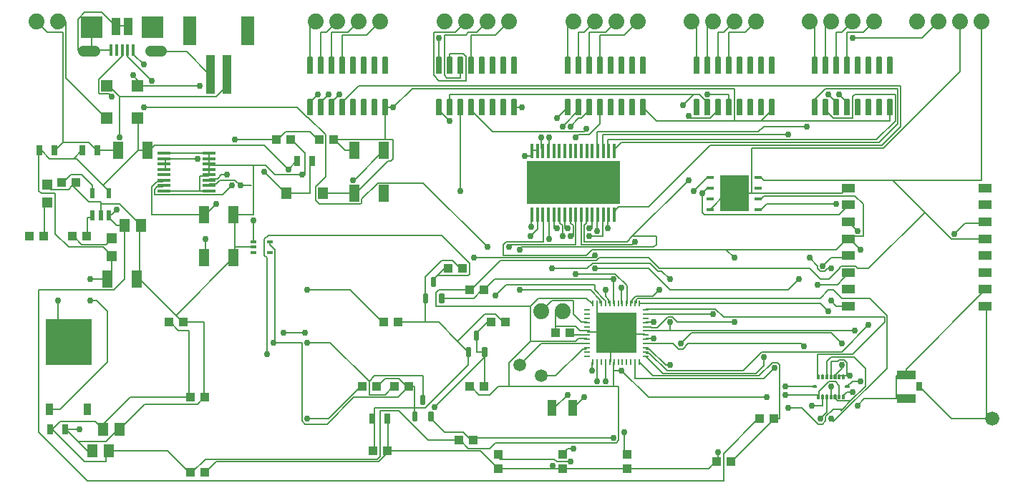
<source format=gbr>
G04 EAGLE Gerber RS-274X export*
G75*
%MOMM*%
%FSLAX34Y34*%
%LPD*%
%INTop Copper*%
%IPPOS*%
%AMOC8*
5,1,8,0,0,1.08239X$1,22.5*%
G01*
%ADD10R,1.100000X1.000000*%
%ADD11R,0.800000X1.200000*%
%ADD12R,1.000000X1.100000*%
%ADD13R,1.270000X2.060000*%
%ADD14R,1.240000X1.500000*%
%ADD15R,1.200000X1.200000*%
%ADD16R,1.400000X1.400000*%
%ADD17R,1.270000X1.470000*%
%ADD18R,0.300000X1.800000*%
%ADD19R,11.000000X5.200000*%
%ADD20C,1.879600*%
%ADD21C,1.676400*%
%ADD22C,0.322400*%
%ADD23C,1.500000*%
%ADD24R,0.250000X0.750000*%
%ADD25R,0.750000X0.250000*%
%ADD26R,4.700000X4.700000*%
%ADD27C,0.175000*%
%ADD28C,0.150000*%
%ADD29R,0.965200X0.431800*%
%ADD30R,3.454400X4.343400*%
%ADD31R,0.550000X1.200000*%
%ADD32R,1.500000X1.000000*%
%ADD33R,0.889000X1.397000*%
%ADD34R,5.410200X5.511800*%
%ADD35R,1.000000X4.600000*%
%ADD36R,1.600000X3.400000*%
%ADD37R,1.100000X1.900000*%
%ADD38R,2.500000X2.500000*%
%ADD39C,1.308000*%
%ADD40R,0.400000X1.350000*%
%ADD41R,1.000000X2.000000*%
%ADD42R,2.200000X1.050000*%
%ADD43R,0.800000X1.000000*%
%ADD44R,1.600000X0.360000*%
%ADD45R,0.750000X0.400000*%
%ADD46C,0.152400*%
%ADD47C,0.756400*%


D10*
X668900Y609600D03*
X651900Y609600D03*
X194700Y622300D03*
X211700Y622300D03*
X220100Y533400D03*
X237100Y533400D03*
X436000Y469900D03*
X453000Y469900D03*
D11*
X92600Y825500D03*
X110600Y825500D03*
D12*
X736600Y465700D03*
X736600Y448700D03*
D11*
X54500Y495300D03*
X72500Y495300D03*
D13*
X169950Y825500D03*
X134850Y825500D03*
X236450Y749300D03*
X271550Y749300D03*
X414250Y774700D03*
X449350Y774700D03*
D11*
X41800Y825500D03*
X59800Y825500D03*
D12*
X584200Y465700D03*
X584200Y448700D03*
D11*
X435500Y508000D03*
X453500Y508000D03*
D10*
X220100Y444500D03*
X237100Y444500D03*
D14*
X142900Y736600D03*
X161900Y736600D03*
D12*
X660400Y465700D03*
X660400Y448700D03*
D14*
X123800Y469900D03*
X104800Y469900D03*
D13*
X236450Y698500D03*
X271550Y698500D03*
X122150Y673100D03*
X157250Y673100D03*
X414250Y825500D03*
X449350Y825500D03*
D14*
X117500Y495300D03*
X136500Y495300D03*
D15*
X127000Y721700D03*
X127000Y700700D03*
D16*
X158200Y901700D03*
X121200Y901700D03*
D17*
X334100Y774700D03*
X377100Y774700D03*
D16*
X158200Y863600D03*
X121200Y863600D03*
D18*
X624350Y749900D03*
X630850Y749900D03*
X637350Y749900D03*
X643850Y749900D03*
X650350Y749900D03*
X656850Y749900D03*
X663350Y749900D03*
X669850Y749900D03*
X676350Y749900D03*
X682850Y749900D03*
X689350Y749900D03*
X695850Y749900D03*
X702350Y749900D03*
X708850Y749900D03*
X715350Y749900D03*
X721850Y749900D03*
X721850Y824900D03*
X715350Y824900D03*
X708850Y824900D03*
X702350Y824900D03*
X695850Y824900D03*
X689350Y824900D03*
X682850Y824900D03*
X676350Y824900D03*
X669850Y824900D03*
X663350Y824900D03*
X656850Y824900D03*
X650350Y824900D03*
D19*
X673100Y787400D03*
D18*
X643850Y824900D03*
X637350Y824900D03*
X630850Y824900D03*
X624350Y824900D03*
D20*
X635000Y635000D03*
X660400Y635000D03*
X673100Y977900D03*
X698500Y977900D03*
X723900Y977900D03*
X749300Y977900D03*
X520700Y977900D03*
X546100Y977900D03*
X571500Y977900D03*
X596900Y977900D03*
X812800Y977900D03*
X838200Y977900D03*
X863600Y977900D03*
X889000Y977900D03*
X368300Y977900D03*
X393700Y977900D03*
X419100Y977900D03*
X444500Y977900D03*
X952500Y977900D03*
X977900Y977900D03*
X1003300Y977900D03*
X1028700Y977900D03*
X63500Y977900D03*
X38100Y977900D03*
D21*
X1168400Y508000D03*
D15*
X50800Y785200D03*
X50800Y764200D03*
D11*
X346600Y812800D03*
X364600Y812800D03*
D22*
X484312Y514838D02*
X484312Y507062D01*
X484312Y514838D02*
X487288Y514838D01*
X487288Y507062D01*
X484312Y507062D01*
X484312Y510125D02*
X487288Y510125D01*
X487288Y513188D02*
X484312Y513188D01*
X503312Y514838D02*
X503312Y507062D01*
X503312Y514838D02*
X506288Y514838D01*
X506288Y507062D01*
X503312Y507062D01*
X503312Y510125D02*
X506288Y510125D01*
X506288Y513188D02*
X503312Y513188D01*
X496788Y526562D02*
X496788Y534338D01*
X496788Y526562D02*
X493812Y526562D01*
X493812Y534338D01*
X496788Y534338D01*
X496788Y529625D02*
X493812Y529625D01*
X493812Y532688D02*
X496788Y532688D01*
X497012Y646762D02*
X497012Y654538D01*
X499988Y654538D01*
X499988Y646762D01*
X497012Y646762D01*
X497012Y649825D02*
X499988Y649825D01*
X499988Y652888D02*
X497012Y652888D01*
X516012Y654538D02*
X516012Y646762D01*
X516012Y654538D02*
X518988Y654538D01*
X518988Y646762D01*
X516012Y646762D01*
X516012Y649825D02*
X518988Y649825D01*
X518988Y652888D02*
X516012Y652888D01*
X509488Y666262D02*
X509488Y674038D01*
X509488Y666262D02*
X506512Y666262D01*
X506512Y674038D01*
X509488Y674038D01*
X509488Y669325D02*
X506512Y669325D01*
X506512Y672388D02*
X509488Y672388D01*
X547812Y591038D02*
X547812Y583262D01*
X547812Y591038D02*
X550788Y591038D01*
X550788Y583262D01*
X547812Y583262D01*
X547812Y586325D02*
X550788Y586325D01*
X550788Y589388D02*
X547812Y589388D01*
X566812Y591038D02*
X566812Y583262D01*
X566812Y591038D02*
X569788Y591038D01*
X569788Y583262D01*
X566812Y583262D01*
X566812Y586325D02*
X569788Y586325D01*
X569788Y589388D02*
X566812Y589388D01*
X560288Y602762D02*
X560288Y610538D01*
X560288Y602762D02*
X557312Y602762D01*
X557312Y610538D01*
X560288Y610538D01*
X560288Y605825D02*
X557312Y605825D01*
X557312Y608888D02*
X560288Y608888D01*
D10*
X537600Y482600D03*
X554600Y482600D03*
X550300Y660400D03*
X567300Y660400D03*
X372500Y838200D03*
X389500Y838200D03*
X321700Y838200D03*
X338700Y838200D03*
X550300Y546100D03*
X567300Y546100D03*
X80400Y723900D03*
X97400Y723900D03*
X893200Y508000D03*
X910200Y508000D03*
X524900Y685800D03*
X541900Y685800D03*
X575700Y622300D03*
X592700Y622300D03*
X859400Y457200D03*
X842400Y457200D03*
X29600Y723900D03*
X46600Y723900D03*
X67700Y787400D03*
X84700Y787400D03*
X461400Y546100D03*
X478400Y546100D03*
D23*
X609600Y571500D03*
X635000Y558800D03*
D24*
X696400Y574850D03*
X701400Y574850D03*
X706400Y574850D03*
X711400Y574850D03*
X716400Y574850D03*
X721400Y574850D03*
X726400Y574850D03*
X731400Y574850D03*
X736400Y574850D03*
X741400Y574850D03*
X746400Y574850D03*
D25*
X758650Y582100D03*
X758650Y587100D03*
X758650Y592100D03*
X758650Y597100D03*
X758650Y602100D03*
X758650Y607100D03*
X758650Y612100D03*
X758650Y617100D03*
X758650Y622100D03*
X758650Y627100D03*
X758650Y632100D03*
D24*
X751400Y644350D03*
X746400Y644350D03*
X741400Y644350D03*
X736400Y644350D03*
X731400Y644350D03*
X726400Y644350D03*
X721400Y644350D03*
X716400Y644350D03*
X711400Y644350D03*
X706400Y644350D03*
X701400Y644350D03*
D25*
X689150Y637100D03*
X689150Y632100D03*
X689150Y627100D03*
X689150Y622100D03*
X689150Y617100D03*
X689150Y612100D03*
X689150Y607100D03*
X689150Y602100D03*
X689150Y597100D03*
X689150Y592100D03*
X689150Y587100D03*
D26*
X723900Y609600D03*
D24*
X751400Y574850D03*
D25*
X758650Y637100D03*
D24*
X696400Y644350D03*
D25*
X689150Y582100D03*
D27*
X962025Y555675D02*
X963775Y555675D01*
X962025Y555675D02*
X962025Y559725D01*
X963775Y559725D01*
X963775Y555675D01*
X963775Y557337D02*
X962025Y557337D01*
X962025Y558999D02*
X963775Y558999D01*
X967025Y555675D02*
X968775Y555675D01*
X967025Y555675D02*
X967025Y559725D01*
X968775Y559725D01*
X968775Y555675D01*
X968775Y557337D02*
X967025Y557337D01*
X967025Y558999D02*
X968775Y558999D01*
X972025Y555675D02*
X973775Y555675D01*
X972025Y555675D02*
X972025Y559725D01*
X973775Y559725D01*
X973775Y555675D01*
X973775Y557337D02*
X972025Y557337D01*
X972025Y558999D02*
X973775Y558999D01*
X977025Y555675D02*
X978775Y555675D01*
X977025Y555675D02*
X977025Y559725D01*
X978775Y559725D01*
X978775Y555675D01*
X978775Y557337D02*
X977025Y557337D01*
X977025Y558999D02*
X978775Y558999D01*
X982025Y555675D02*
X983775Y555675D01*
X982025Y555675D02*
X982025Y559725D01*
X983775Y559725D01*
X983775Y555675D01*
X983775Y557337D02*
X982025Y557337D01*
X982025Y558999D02*
X983775Y558999D01*
X987025Y555675D02*
X988775Y555675D01*
X987025Y555675D02*
X987025Y559725D01*
X988775Y559725D01*
X988775Y555675D01*
X988775Y557337D02*
X987025Y557337D01*
X987025Y558999D02*
X988775Y558999D01*
X992025Y555675D02*
X993775Y555675D01*
X992025Y555675D02*
X992025Y559725D01*
X993775Y559725D01*
X993775Y555675D01*
X993775Y557337D02*
X992025Y557337D01*
X992025Y558999D02*
X993775Y558999D01*
X999025Y546975D02*
X999025Y545225D01*
X994975Y545225D01*
X994975Y546975D01*
X999025Y546975D01*
X999025Y546887D02*
X994975Y546887D01*
X993775Y532475D02*
X992025Y532475D01*
X992025Y536525D01*
X993775Y536525D01*
X993775Y532475D01*
X993775Y534137D02*
X992025Y534137D01*
X992025Y535799D02*
X993775Y535799D01*
X988775Y532475D02*
X987025Y532475D01*
X987025Y536525D01*
X988775Y536525D01*
X988775Y532475D01*
X988775Y534137D02*
X987025Y534137D01*
X987025Y535799D02*
X988775Y535799D01*
X983775Y532475D02*
X982025Y532475D01*
X982025Y536525D01*
X983775Y536525D01*
X983775Y532475D01*
X983775Y534137D02*
X982025Y534137D01*
X982025Y535799D02*
X983775Y535799D01*
X978775Y532475D02*
X977025Y532475D01*
X977025Y536525D01*
X978775Y536525D01*
X978775Y532475D01*
X978775Y534137D02*
X977025Y534137D01*
X977025Y535799D02*
X978775Y535799D01*
X973775Y532475D02*
X972025Y532475D01*
X972025Y536525D01*
X973775Y536525D01*
X973775Y532475D01*
X973775Y534137D02*
X972025Y534137D01*
X972025Y535799D02*
X973775Y535799D01*
X968775Y532475D02*
X967025Y532475D01*
X967025Y536525D01*
X968775Y536525D01*
X968775Y532475D01*
X968775Y534137D02*
X967025Y534137D01*
X967025Y535799D02*
X968775Y535799D01*
X963775Y532475D02*
X962025Y532475D01*
X962025Y536525D01*
X963775Y536525D01*
X963775Y532475D01*
X963775Y534137D02*
X962025Y534137D01*
X962025Y535799D02*
X963775Y535799D01*
X960825Y545225D02*
X960825Y546975D01*
X960825Y545225D02*
X956775Y545225D01*
X956775Y546975D01*
X960825Y546975D01*
X960825Y546887D02*
X956775Y546887D01*
D28*
X821400Y867850D02*
X821400Y886050D01*
X821400Y867850D02*
X816900Y867850D01*
X816900Y886050D01*
X821400Y886050D01*
X821400Y869275D02*
X816900Y869275D01*
X816900Y870700D02*
X821400Y870700D01*
X821400Y872125D02*
X816900Y872125D01*
X816900Y873550D02*
X821400Y873550D01*
X821400Y874975D02*
X816900Y874975D01*
X816900Y876400D02*
X821400Y876400D01*
X821400Y877825D02*
X816900Y877825D01*
X816900Y879250D02*
X821400Y879250D01*
X821400Y880675D02*
X816900Y880675D01*
X816900Y882100D02*
X821400Y882100D01*
X821400Y883525D02*
X816900Y883525D01*
X816900Y884950D02*
X821400Y884950D01*
X834100Y886050D02*
X834100Y867850D01*
X829600Y867850D01*
X829600Y886050D01*
X834100Y886050D01*
X834100Y869275D02*
X829600Y869275D01*
X829600Y870700D02*
X834100Y870700D01*
X834100Y872125D02*
X829600Y872125D01*
X829600Y873550D02*
X834100Y873550D01*
X834100Y874975D02*
X829600Y874975D01*
X829600Y876400D02*
X834100Y876400D01*
X834100Y877825D02*
X829600Y877825D01*
X829600Y879250D02*
X834100Y879250D01*
X834100Y880675D02*
X829600Y880675D01*
X829600Y882100D02*
X834100Y882100D01*
X834100Y883525D02*
X829600Y883525D01*
X829600Y884950D02*
X834100Y884950D01*
X846800Y886050D02*
X846800Y867850D01*
X842300Y867850D01*
X842300Y886050D01*
X846800Y886050D01*
X846800Y869275D02*
X842300Y869275D01*
X842300Y870700D02*
X846800Y870700D01*
X846800Y872125D02*
X842300Y872125D01*
X842300Y873550D02*
X846800Y873550D01*
X846800Y874975D02*
X842300Y874975D01*
X842300Y876400D02*
X846800Y876400D01*
X846800Y877825D02*
X842300Y877825D01*
X842300Y879250D02*
X846800Y879250D01*
X846800Y880675D02*
X842300Y880675D01*
X842300Y882100D02*
X846800Y882100D01*
X846800Y883525D02*
X842300Y883525D01*
X842300Y884950D02*
X846800Y884950D01*
X859500Y886050D02*
X859500Y867850D01*
X855000Y867850D01*
X855000Y886050D01*
X859500Y886050D01*
X859500Y869275D02*
X855000Y869275D01*
X855000Y870700D02*
X859500Y870700D01*
X859500Y872125D02*
X855000Y872125D01*
X855000Y873550D02*
X859500Y873550D01*
X859500Y874975D02*
X855000Y874975D01*
X855000Y876400D02*
X859500Y876400D01*
X859500Y877825D02*
X855000Y877825D01*
X855000Y879250D02*
X859500Y879250D01*
X859500Y880675D02*
X855000Y880675D01*
X855000Y882100D02*
X859500Y882100D01*
X859500Y883525D02*
X855000Y883525D01*
X855000Y884950D02*
X859500Y884950D01*
X872200Y886050D02*
X872200Y867850D01*
X867700Y867850D01*
X867700Y886050D01*
X872200Y886050D01*
X872200Y869275D02*
X867700Y869275D01*
X867700Y870700D02*
X872200Y870700D01*
X872200Y872125D02*
X867700Y872125D01*
X867700Y873550D02*
X872200Y873550D01*
X872200Y874975D02*
X867700Y874975D01*
X867700Y876400D02*
X872200Y876400D01*
X872200Y877825D02*
X867700Y877825D01*
X867700Y879250D02*
X872200Y879250D01*
X872200Y880675D02*
X867700Y880675D01*
X867700Y882100D02*
X872200Y882100D01*
X872200Y883525D02*
X867700Y883525D01*
X867700Y884950D02*
X872200Y884950D01*
X884900Y886050D02*
X884900Y867850D01*
X880400Y867850D01*
X880400Y886050D01*
X884900Y886050D01*
X884900Y869275D02*
X880400Y869275D01*
X880400Y870700D02*
X884900Y870700D01*
X884900Y872125D02*
X880400Y872125D01*
X880400Y873550D02*
X884900Y873550D01*
X884900Y874975D02*
X880400Y874975D01*
X880400Y876400D02*
X884900Y876400D01*
X884900Y877825D02*
X880400Y877825D01*
X880400Y879250D02*
X884900Y879250D01*
X884900Y880675D02*
X880400Y880675D01*
X880400Y882100D02*
X884900Y882100D01*
X884900Y883525D02*
X880400Y883525D01*
X880400Y884950D02*
X884900Y884950D01*
X897600Y886050D02*
X897600Y867850D01*
X893100Y867850D01*
X893100Y886050D01*
X897600Y886050D01*
X897600Y869275D02*
X893100Y869275D01*
X893100Y870700D02*
X897600Y870700D01*
X897600Y872125D02*
X893100Y872125D01*
X893100Y873550D02*
X897600Y873550D01*
X897600Y874975D02*
X893100Y874975D01*
X893100Y876400D02*
X897600Y876400D01*
X897600Y877825D02*
X893100Y877825D01*
X893100Y879250D02*
X897600Y879250D01*
X897600Y880675D02*
X893100Y880675D01*
X893100Y882100D02*
X897600Y882100D01*
X897600Y883525D02*
X893100Y883525D01*
X893100Y884950D02*
X897600Y884950D01*
X910300Y886050D02*
X910300Y867850D01*
X905800Y867850D01*
X905800Y886050D01*
X910300Y886050D01*
X910300Y869275D02*
X905800Y869275D01*
X905800Y870700D02*
X910300Y870700D01*
X910300Y872125D02*
X905800Y872125D01*
X905800Y873550D02*
X910300Y873550D01*
X910300Y874975D02*
X905800Y874975D01*
X905800Y876400D02*
X910300Y876400D01*
X910300Y877825D02*
X905800Y877825D01*
X905800Y879250D02*
X910300Y879250D01*
X910300Y880675D02*
X905800Y880675D01*
X905800Y882100D02*
X910300Y882100D01*
X910300Y883525D02*
X905800Y883525D01*
X905800Y884950D02*
X910300Y884950D01*
X910300Y917350D02*
X910300Y935550D01*
X910300Y917350D02*
X905800Y917350D01*
X905800Y935550D01*
X910300Y935550D01*
X910300Y918775D02*
X905800Y918775D01*
X905800Y920200D02*
X910300Y920200D01*
X910300Y921625D02*
X905800Y921625D01*
X905800Y923050D02*
X910300Y923050D01*
X910300Y924475D02*
X905800Y924475D01*
X905800Y925900D02*
X910300Y925900D01*
X910300Y927325D02*
X905800Y927325D01*
X905800Y928750D02*
X910300Y928750D01*
X910300Y930175D02*
X905800Y930175D01*
X905800Y931600D02*
X910300Y931600D01*
X910300Y933025D02*
X905800Y933025D01*
X905800Y934450D02*
X910300Y934450D01*
X897600Y935550D02*
X897600Y917350D01*
X893100Y917350D01*
X893100Y935550D01*
X897600Y935550D01*
X897600Y918775D02*
X893100Y918775D01*
X893100Y920200D02*
X897600Y920200D01*
X897600Y921625D02*
X893100Y921625D01*
X893100Y923050D02*
X897600Y923050D01*
X897600Y924475D02*
X893100Y924475D01*
X893100Y925900D02*
X897600Y925900D01*
X897600Y927325D02*
X893100Y927325D01*
X893100Y928750D02*
X897600Y928750D01*
X897600Y930175D02*
X893100Y930175D01*
X893100Y931600D02*
X897600Y931600D01*
X897600Y933025D02*
X893100Y933025D01*
X893100Y934450D02*
X897600Y934450D01*
X884900Y935550D02*
X884900Y917350D01*
X880400Y917350D01*
X880400Y935550D01*
X884900Y935550D01*
X884900Y918775D02*
X880400Y918775D01*
X880400Y920200D02*
X884900Y920200D01*
X884900Y921625D02*
X880400Y921625D01*
X880400Y923050D02*
X884900Y923050D01*
X884900Y924475D02*
X880400Y924475D01*
X880400Y925900D02*
X884900Y925900D01*
X884900Y927325D02*
X880400Y927325D01*
X880400Y928750D02*
X884900Y928750D01*
X884900Y930175D02*
X880400Y930175D01*
X880400Y931600D02*
X884900Y931600D01*
X884900Y933025D02*
X880400Y933025D01*
X880400Y934450D02*
X884900Y934450D01*
X872200Y935550D02*
X872200Y917350D01*
X867700Y917350D01*
X867700Y935550D01*
X872200Y935550D01*
X872200Y918775D02*
X867700Y918775D01*
X867700Y920200D02*
X872200Y920200D01*
X872200Y921625D02*
X867700Y921625D01*
X867700Y923050D02*
X872200Y923050D01*
X872200Y924475D02*
X867700Y924475D01*
X867700Y925900D02*
X872200Y925900D01*
X872200Y927325D02*
X867700Y927325D01*
X867700Y928750D02*
X872200Y928750D01*
X872200Y930175D02*
X867700Y930175D01*
X867700Y931600D02*
X872200Y931600D01*
X872200Y933025D02*
X867700Y933025D01*
X867700Y934450D02*
X872200Y934450D01*
X859500Y935550D02*
X859500Y917350D01*
X855000Y917350D01*
X855000Y935550D01*
X859500Y935550D01*
X859500Y918775D02*
X855000Y918775D01*
X855000Y920200D02*
X859500Y920200D01*
X859500Y921625D02*
X855000Y921625D01*
X855000Y923050D02*
X859500Y923050D01*
X859500Y924475D02*
X855000Y924475D01*
X855000Y925900D02*
X859500Y925900D01*
X859500Y927325D02*
X855000Y927325D01*
X855000Y928750D02*
X859500Y928750D01*
X859500Y930175D02*
X855000Y930175D01*
X855000Y931600D02*
X859500Y931600D01*
X859500Y933025D02*
X855000Y933025D01*
X855000Y934450D02*
X859500Y934450D01*
X846800Y935550D02*
X846800Y917350D01*
X842300Y917350D01*
X842300Y935550D01*
X846800Y935550D01*
X846800Y918775D02*
X842300Y918775D01*
X842300Y920200D02*
X846800Y920200D01*
X846800Y921625D02*
X842300Y921625D01*
X842300Y923050D02*
X846800Y923050D01*
X846800Y924475D02*
X842300Y924475D01*
X842300Y925900D02*
X846800Y925900D01*
X846800Y927325D02*
X842300Y927325D01*
X842300Y928750D02*
X846800Y928750D01*
X846800Y930175D02*
X842300Y930175D01*
X842300Y931600D02*
X846800Y931600D01*
X846800Y933025D02*
X842300Y933025D01*
X842300Y934450D02*
X846800Y934450D01*
X834100Y935550D02*
X834100Y917350D01*
X829600Y917350D01*
X829600Y935550D01*
X834100Y935550D01*
X834100Y918775D02*
X829600Y918775D01*
X829600Y920200D02*
X834100Y920200D01*
X834100Y921625D02*
X829600Y921625D01*
X829600Y923050D02*
X834100Y923050D01*
X834100Y924475D02*
X829600Y924475D01*
X829600Y925900D02*
X834100Y925900D01*
X834100Y927325D02*
X829600Y927325D01*
X829600Y928750D02*
X834100Y928750D01*
X834100Y930175D02*
X829600Y930175D01*
X829600Y931600D02*
X834100Y931600D01*
X834100Y933025D02*
X829600Y933025D01*
X829600Y934450D02*
X834100Y934450D01*
X821400Y935550D02*
X821400Y917350D01*
X816900Y917350D01*
X816900Y935550D01*
X821400Y935550D01*
X821400Y918775D02*
X816900Y918775D01*
X816900Y920200D02*
X821400Y920200D01*
X821400Y921625D02*
X816900Y921625D01*
X816900Y923050D02*
X821400Y923050D01*
X821400Y924475D02*
X816900Y924475D01*
X816900Y925900D02*
X821400Y925900D01*
X821400Y927325D02*
X816900Y927325D01*
X816900Y928750D02*
X821400Y928750D01*
X821400Y930175D02*
X816900Y930175D01*
X816900Y931600D02*
X821400Y931600D01*
X821400Y933025D02*
X816900Y933025D01*
X816900Y934450D02*
X821400Y934450D01*
X364200Y886050D02*
X364200Y867850D01*
X359700Y867850D01*
X359700Y886050D01*
X364200Y886050D01*
X364200Y869275D02*
X359700Y869275D01*
X359700Y870700D02*
X364200Y870700D01*
X364200Y872125D02*
X359700Y872125D01*
X359700Y873550D02*
X364200Y873550D01*
X364200Y874975D02*
X359700Y874975D01*
X359700Y876400D02*
X364200Y876400D01*
X364200Y877825D02*
X359700Y877825D01*
X359700Y879250D02*
X364200Y879250D01*
X364200Y880675D02*
X359700Y880675D01*
X359700Y882100D02*
X364200Y882100D01*
X364200Y883525D02*
X359700Y883525D01*
X359700Y884950D02*
X364200Y884950D01*
X376900Y886050D02*
X376900Y867850D01*
X372400Y867850D01*
X372400Y886050D01*
X376900Y886050D01*
X376900Y869275D02*
X372400Y869275D01*
X372400Y870700D02*
X376900Y870700D01*
X376900Y872125D02*
X372400Y872125D01*
X372400Y873550D02*
X376900Y873550D01*
X376900Y874975D02*
X372400Y874975D01*
X372400Y876400D02*
X376900Y876400D01*
X376900Y877825D02*
X372400Y877825D01*
X372400Y879250D02*
X376900Y879250D01*
X376900Y880675D02*
X372400Y880675D01*
X372400Y882100D02*
X376900Y882100D01*
X376900Y883525D02*
X372400Y883525D01*
X372400Y884950D02*
X376900Y884950D01*
X389600Y886050D02*
X389600Y867850D01*
X385100Y867850D01*
X385100Y886050D01*
X389600Y886050D01*
X389600Y869275D02*
X385100Y869275D01*
X385100Y870700D02*
X389600Y870700D01*
X389600Y872125D02*
X385100Y872125D01*
X385100Y873550D02*
X389600Y873550D01*
X389600Y874975D02*
X385100Y874975D01*
X385100Y876400D02*
X389600Y876400D01*
X389600Y877825D02*
X385100Y877825D01*
X385100Y879250D02*
X389600Y879250D01*
X389600Y880675D02*
X385100Y880675D01*
X385100Y882100D02*
X389600Y882100D01*
X389600Y883525D02*
X385100Y883525D01*
X385100Y884950D02*
X389600Y884950D01*
X402300Y886050D02*
X402300Y867850D01*
X397800Y867850D01*
X397800Y886050D01*
X402300Y886050D01*
X402300Y869275D02*
X397800Y869275D01*
X397800Y870700D02*
X402300Y870700D01*
X402300Y872125D02*
X397800Y872125D01*
X397800Y873550D02*
X402300Y873550D01*
X402300Y874975D02*
X397800Y874975D01*
X397800Y876400D02*
X402300Y876400D01*
X402300Y877825D02*
X397800Y877825D01*
X397800Y879250D02*
X402300Y879250D01*
X402300Y880675D02*
X397800Y880675D01*
X397800Y882100D02*
X402300Y882100D01*
X402300Y883525D02*
X397800Y883525D01*
X397800Y884950D02*
X402300Y884950D01*
X415000Y886050D02*
X415000Y867850D01*
X410500Y867850D01*
X410500Y886050D01*
X415000Y886050D01*
X415000Y869275D02*
X410500Y869275D01*
X410500Y870700D02*
X415000Y870700D01*
X415000Y872125D02*
X410500Y872125D01*
X410500Y873550D02*
X415000Y873550D01*
X415000Y874975D02*
X410500Y874975D01*
X410500Y876400D02*
X415000Y876400D01*
X415000Y877825D02*
X410500Y877825D01*
X410500Y879250D02*
X415000Y879250D01*
X415000Y880675D02*
X410500Y880675D01*
X410500Y882100D02*
X415000Y882100D01*
X415000Y883525D02*
X410500Y883525D01*
X410500Y884950D02*
X415000Y884950D01*
X427700Y886050D02*
X427700Y867850D01*
X423200Y867850D01*
X423200Y886050D01*
X427700Y886050D01*
X427700Y869275D02*
X423200Y869275D01*
X423200Y870700D02*
X427700Y870700D01*
X427700Y872125D02*
X423200Y872125D01*
X423200Y873550D02*
X427700Y873550D01*
X427700Y874975D02*
X423200Y874975D01*
X423200Y876400D02*
X427700Y876400D01*
X427700Y877825D02*
X423200Y877825D01*
X423200Y879250D02*
X427700Y879250D01*
X427700Y880675D02*
X423200Y880675D01*
X423200Y882100D02*
X427700Y882100D01*
X427700Y883525D02*
X423200Y883525D01*
X423200Y884950D02*
X427700Y884950D01*
X440400Y886050D02*
X440400Y867850D01*
X435900Y867850D01*
X435900Y886050D01*
X440400Y886050D01*
X440400Y869275D02*
X435900Y869275D01*
X435900Y870700D02*
X440400Y870700D01*
X440400Y872125D02*
X435900Y872125D01*
X435900Y873550D02*
X440400Y873550D01*
X440400Y874975D02*
X435900Y874975D01*
X435900Y876400D02*
X440400Y876400D01*
X440400Y877825D02*
X435900Y877825D01*
X435900Y879250D02*
X440400Y879250D01*
X440400Y880675D02*
X435900Y880675D01*
X435900Y882100D02*
X440400Y882100D01*
X440400Y883525D02*
X435900Y883525D01*
X435900Y884950D02*
X440400Y884950D01*
X453100Y886050D02*
X453100Y867850D01*
X448600Y867850D01*
X448600Y886050D01*
X453100Y886050D01*
X453100Y869275D02*
X448600Y869275D01*
X448600Y870700D02*
X453100Y870700D01*
X453100Y872125D02*
X448600Y872125D01*
X448600Y873550D02*
X453100Y873550D01*
X453100Y874975D02*
X448600Y874975D01*
X448600Y876400D02*
X453100Y876400D01*
X453100Y877825D02*
X448600Y877825D01*
X448600Y879250D02*
X453100Y879250D01*
X453100Y880675D02*
X448600Y880675D01*
X448600Y882100D02*
X453100Y882100D01*
X453100Y883525D02*
X448600Y883525D01*
X448600Y884950D02*
X453100Y884950D01*
X453100Y917350D02*
X453100Y935550D01*
X453100Y917350D02*
X448600Y917350D01*
X448600Y935550D01*
X453100Y935550D01*
X453100Y918775D02*
X448600Y918775D01*
X448600Y920200D02*
X453100Y920200D01*
X453100Y921625D02*
X448600Y921625D01*
X448600Y923050D02*
X453100Y923050D01*
X453100Y924475D02*
X448600Y924475D01*
X448600Y925900D02*
X453100Y925900D01*
X453100Y927325D02*
X448600Y927325D01*
X448600Y928750D02*
X453100Y928750D01*
X453100Y930175D02*
X448600Y930175D01*
X448600Y931600D02*
X453100Y931600D01*
X453100Y933025D02*
X448600Y933025D01*
X448600Y934450D02*
X453100Y934450D01*
X440400Y935550D02*
X440400Y917350D01*
X435900Y917350D01*
X435900Y935550D01*
X440400Y935550D01*
X440400Y918775D02*
X435900Y918775D01*
X435900Y920200D02*
X440400Y920200D01*
X440400Y921625D02*
X435900Y921625D01*
X435900Y923050D02*
X440400Y923050D01*
X440400Y924475D02*
X435900Y924475D01*
X435900Y925900D02*
X440400Y925900D01*
X440400Y927325D02*
X435900Y927325D01*
X435900Y928750D02*
X440400Y928750D01*
X440400Y930175D02*
X435900Y930175D01*
X435900Y931600D02*
X440400Y931600D01*
X440400Y933025D02*
X435900Y933025D01*
X435900Y934450D02*
X440400Y934450D01*
X427700Y935550D02*
X427700Y917350D01*
X423200Y917350D01*
X423200Y935550D01*
X427700Y935550D01*
X427700Y918775D02*
X423200Y918775D01*
X423200Y920200D02*
X427700Y920200D01*
X427700Y921625D02*
X423200Y921625D01*
X423200Y923050D02*
X427700Y923050D01*
X427700Y924475D02*
X423200Y924475D01*
X423200Y925900D02*
X427700Y925900D01*
X427700Y927325D02*
X423200Y927325D01*
X423200Y928750D02*
X427700Y928750D01*
X427700Y930175D02*
X423200Y930175D01*
X423200Y931600D02*
X427700Y931600D01*
X427700Y933025D02*
X423200Y933025D01*
X423200Y934450D02*
X427700Y934450D01*
X415000Y935550D02*
X415000Y917350D01*
X410500Y917350D01*
X410500Y935550D01*
X415000Y935550D01*
X415000Y918775D02*
X410500Y918775D01*
X410500Y920200D02*
X415000Y920200D01*
X415000Y921625D02*
X410500Y921625D01*
X410500Y923050D02*
X415000Y923050D01*
X415000Y924475D02*
X410500Y924475D01*
X410500Y925900D02*
X415000Y925900D01*
X415000Y927325D02*
X410500Y927325D01*
X410500Y928750D02*
X415000Y928750D01*
X415000Y930175D02*
X410500Y930175D01*
X410500Y931600D02*
X415000Y931600D01*
X415000Y933025D02*
X410500Y933025D01*
X410500Y934450D02*
X415000Y934450D01*
X402300Y935550D02*
X402300Y917350D01*
X397800Y917350D01*
X397800Y935550D01*
X402300Y935550D01*
X402300Y918775D02*
X397800Y918775D01*
X397800Y920200D02*
X402300Y920200D01*
X402300Y921625D02*
X397800Y921625D01*
X397800Y923050D02*
X402300Y923050D01*
X402300Y924475D02*
X397800Y924475D01*
X397800Y925900D02*
X402300Y925900D01*
X402300Y927325D02*
X397800Y927325D01*
X397800Y928750D02*
X402300Y928750D01*
X402300Y930175D02*
X397800Y930175D01*
X397800Y931600D02*
X402300Y931600D01*
X402300Y933025D02*
X397800Y933025D01*
X397800Y934450D02*
X402300Y934450D01*
X389600Y935550D02*
X389600Y917350D01*
X385100Y917350D01*
X385100Y935550D01*
X389600Y935550D01*
X389600Y918775D02*
X385100Y918775D01*
X385100Y920200D02*
X389600Y920200D01*
X389600Y921625D02*
X385100Y921625D01*
X385100Y923050D02*
X389600Y923050D01*
X389600Y924475D02*
X385100Y924475D01*
X385100Y925900D02*
X389600Y925900D01*
X389600Y927325D02*
X385100Y927325D01*
X385100Y928750D02*
X389600Y928750D01*
X389600Y930175D02*
X385100Y930175D01*
X385100Y931600D02*
X389600Y931600D01*
X389600Y933025D02*
X385100Y933025D01*
X385100Y934450D02*
X389600Y934450D01*
X376900Y935550D02*
X376900Y917350D01*
X372400Y917350D01*
X372400Y935550D01*
X376900Y935550D01*
X376900Y918775D02*
X372400Y918775D01*
X372400Y920200D02*
X376900Y920200D01*
X376900Y921625D02*
X372400Y921625D01*
X372400Y923050D02*
X376900Y923050D01*
X376900Y924475D02*
X372400Y924475D01*
X372400Y925900D02*
X376900Y925900D01*
X376900Y927325D02*
X372400Y927325D01*
X372400Y928750D02*
X376900Y928750D01*
X376900Y930175D02*
X372400Y930175D01*
X372400Y931600D02*
X376900Y931600D01*
X376900Y933025D02*
X372400Y933025D01*
X372400Y934450D02*
X376900Y934450D01*
X364200Y935550D02*
X364200Y917350D01*
X359700Y917350D01*
X359700Y935550D01*
X364200Y935550D01*
X364200Y918775D02*
X359700Y918775D01*
X359700Y920200D02*
X364200Y920200D01*
X364200Y921625D02*
X359700Y921625D01*
X359700Y923050D02*
X364200Y923050D01*
X364200Y924475D02*
X359700Y924475D01*
X359700Y925900D02*
X364200Y925900D01*
X364200Y927325D02*
X359700Y927325D01*
X359700Y928750D02*
X364200Y928750D01*
X364200Y930175D02*
X359700Y930175D01*
X359700Y931600D02*
X364200Y931600D01*
X364200Y933025D02*
X359700Y933025D01*
X359700Y934450D02*
X364200Y934450D01*
X961100Y886050D02*
X961100Y867850D01*
X956600Y867850D01*
X956600Y886050D01*
X961100Y886050D01*
X961100Y869275D02*
X956600Y869275D01*
X956600Y870700D02*
X961100Y870700D01*
X961100Y872125D02*
X956600Y872125D01*
X956600Y873550D02*
X961100Y873550D01*
X961100Y874975D02*
X956600Y874975D01*
X956600Y876400D02*
X961100Y876400D01*
X961100Y877825D02*
X956600Y877825D01*
X956600Y879250D02*
X961100Y879250D01*
X961100Y880675D02*
X956600Y880675D01*
X956600Y882100D02*
X961100Y882100D01*
X961100Y883525D02*
X956600Y883525D01*
X956600Y884950D02*
X961100Y884950D01*
X973800Y886050D02*
X973800Y867850D01*
X969300Y867850D01*
X969300Y886050D01*
X973800Y886050D01*
X973800Y869275D02*
X969300Y869275D01*
X969300Y870700D02*
X973800Y870700D01*
X973800Y872125D02*
X969300Y872125D01*
X969300Y873550D02*
X973800Y873550D01*
X973800Y874975D02*
X969300Y874975D01*
X969300Y876400D02*
X973800Y876400D01*
X973800Y877825D02*
X969300Y877825D01*
X969300Y879250D02*
X973800Y879250D01*
X973800Y880675D02*
X969300Y880675D01*
X969300Y882100D02*
X973800Y882100D01*
X973800Y883525D02*
X969300Y883525D01*
X969300Y884950D02*
X973800Y884950D01*
X986500Y886050D02*
X986500Y867850D01*
X982000Y867850D01*
X982000Y886050D01*
X986500Y886050D01*
X986500Y869275D02*
X982000Y869275D01*
X982000Y870700D02*
X986500Y870700D01*
X986500Y872125D02*
X982000Y872125D01*
X982000Y873550D02*
X986500Y873550D01*
X986500Y874975D02*
X982000Y874975D01*
X982000Y876400D02*
X986500Y876400D01*
X986500Y877825D02*
X982000Y877825D01*
X982000Y879250D02*
X986500Y879250D01*
X986500Y880675D02*
X982000Y880675D01*
X982000Y882100D02*
X986500Y882100D01*
X986500Y883525D02*
X982000Y883525D01*
X982000Y884950D02*
X986500Y884950D01*
X999200Y886050D02*
X999200Y867850D01*
X994700Y867850D01*
X994700Y886050D01*
X999200Y886050D01*
X999200Y869275D02*
X994700Y869275D01*
X994700Y870700D02*
X999200Y870700D01*
X999200Y872125D02*
X994700Y872125D01*
X994700Y873550D02*
X999200Y873550D01*
X999200Y874975D02*
X994700Y874975D01*
X994700Y876400D02*
X999200Y876400D01*
X999200Y877825D02*
X994700Y877825D01*
X994700Y879250D02*
X999200Y879250D01*
X999200Y880675D02*
X994700Y880675D01*
X994700Y882100D02*
X999200Y882100D01*
X999200Y883525D02*
X994700Y883525D01*
X994700Y884950D02*
X999200Y884950D01*
X1011900Y886050D02*
X1011900Y867850D01*
X1007400Y867850D01*
X1007400Y886050D01*
X1011900Y886050D01*
X1011900Y869275D02*
X1007400Y869275D01*
X1007400Y870700D02*
X1011900Y870700D01*
X1011900Y872125D02*
X1007400Y872125D01*
X1007400Y873550D02*
X1011900Y873550D01*
X1011900Y874975D02*
X1007400Y874975D01*
X1007400Y876400D02*
X1011900Y876400D01*
X1011900Y877825D02*
X1007400Y877825D01*
X1007400Y879250D02*
X1011900Y879250D01*
X1011900Y880675D02*
X1007400Y880675D01*
X1007400Y882100D02*
X1011900Y882100D01*
X1011900Y883525D02*
X1007400Y883525D01*
X1007400Y884950D02*
X1011900Y884950D01*
X1024600Y886050D02*
X1024600Y867850D01*
X1020100Y867850D01*
X1020100Y886050D01*
X1024600Y886050D01*
X1024600Y869275D02*
X1020100Y869275D01*
X1020100Y870700D02*
X1024600Y870700D01*
X1024600Y872125D02*
X1020100Y872125D01*
X1020100Y873550D02*
X1024600Y873550D01*
X1024600Y874975D02*
X1020100Y874975D01*
X1020100Y876400D02*
X1024600Y876400D01*
X1024600Y877825D02*
X1020100Y877825D01*
X1020100Y879250D02*
X1024600Y879250D01*
X1024600Y880675D02*
X1020100Y880675D01*
X1020100Y882100D02*
X1024600Y882100D01*
X1024600Y883525D02*
X1020100Y883525D01*
X1020100Y884950D02*
X1024600Y884950D01*
X1037300Y886050D02*
X1037300Y867850D01*
X1032800Y867850D01*
X1032800Y886050D01*
X1037300Y886050D01*
X1037300Y869275D02*
X1032800Y869275D01*
X1032800Y870700D02*
X1037300Y870700D01*
X1037300Y872125D02*
X1032800Y872125D01*
X1032800Y873550D02*
X1037300Y873550D01*
X1037300Y874975D02*
X1032800Y874975D01*
X1032800Y876400D02*
X1037300Y876400D01*
X1037300Y877825D02*
X1032800Y877825D01*
X1032800Y879250D02*
X1037300Y879250D01*
X1037300Y880675D02*
X1032800Y880675D01*
X1032800Y882100D02*
X1037300Y882100D01*
X1037300Y883525D02*
X1032800Y883525D01*
X1032800Y884950D02*
X1037300Y884950D01*
X1050000Y886050D02*
X1050000Y867850D01*
X1045500Y867850D01*
X1045500Y886050D01*
X1050000Y886050D01*
X1050000Y869275D02*
X1045500Y869275D01*
X1045500Y870700D02*
X1050000Y870700D01*
X1050000Y872125D02*
X1045500Y872125D01*
X1045500Y873550D02*
X1050000Y873550D01*
X1050000Y874975D02*
X1045500Y874975D01*
X1045500Y876400D02*
X1050000Y876400D01*
X1050000Y877825D02*
X1045500Y877825D01*
X1045500Y879250D02*
X1050000Y879250D01*
X1050000Y880675D02*
X1045500Y880675D01*
X1045500Y882100D02*
X1050000Y882100D01*
X1050000Y883525D02*
X1045500Y883525D01*
X1045500Y884950D02*
X1050000Y884950D01*
X1050000Y917350D02*
X1050000Y935550D01*
X1050000Y917350D02*
X1045500Y917350D01*
X1045500Y935550D01*
X1050000Y935550D01*
X1050000Y918775D02*
X1045500Y918775D01*
X1045500Y920200D02*
X1050000Y920200D01*
X1050000Y921625D02*
X1045500Y921625D01*
X1045500Y923050D02*
X1050000Y923050D01*
X1050000Y924475D02*
X1045500Y924475D01*
X1045500Y925900D02*
X1050000Y925900D01*
X1050000Y927325D02*
X1045500Y927325D01*
X1045500Y928750D02*
X1050000Y928750D01*
X1050000Y930175D02*
X1045500Y930175D01*
X1045500Y931600D02*
X1050000Y931600D01*
X1050000Y933025D02*
X1045500Y933025D01*
X1045500Y934450D02*
X1050000Y934450D01*
X1037300Y935550D02*
X1037300Y917350D01*
X1032800Y917350D01*
X1032800Y935550D01*
X1037300Y935550D01*
X1037300Y918775D02*
X1032800Y918775D01*
X1032800Y920200D02*
X1037300Y920200D01*
X1037300Y921625D02*
X1032800Y921625D01*
X1032800Y923050D02*
X1037300Y923050D01*
X1037300Y924475D02*
X1032800Y924475D01*
X1032800Y925900D02*
X1037300Y925900D01*
X1037300Y927325D02*
X1032800Y927325D01*
X1032800Y928750D02*
X1037300Y928750D01*
X1037300Y930175D02*
X1032800Y930175D01*
X1032800Y931600D02*
X1037300Y931600D01*
X1037300Y933025D02*
X1032800Y933025D01*
X1032800Y934450D02*
X1037300Y934450D01*
X1024600Y935550D02*
X1024600Y917350D01*
X1020100Y917350D01*
X1020100Y935550D01*
X1024600Y935550D01*
X1024600Y918775D02*
X1020100Y918775D01*
X1020100Y920200D02*
X1024600Y920200D01*
X1024600Y921625D02*
X1020100Y921625D01*
X1020100Y923050D02*
X1024600Y923050D01*
X1024600Y924475D02*
X1020100Y924475D01*
X1020100Y925900D02*
X1024600Y925900D01*
X1024600Y927325D02*
X1020100Y927325D01*
X1020100Y928750D02*
X1024600Y928750D01*
X1024600Y930175D02*
X1020100Y930175D01*
X1020100Y931600D02*
X1024600Y931600D01*
X1024600Y933025D02*
X1020100Y933025D01*
X1020100Y934450D02*
X1024600Y934450D01*
X1011900Y935550D02*
X1011900Y917350D01*
X1007400Y917350D01*
X1007400Y935550D01*
X1011900Y935550D01*
X1011900Y918775D02*
X1007400Y918775D01*
X1007400Y920200D02*
X1011900Y920200D01*
X1011900Y921625D02*
X1007400Y921625D01*
X1007400Y923050D02*
X1011900Y923050D01*
X1011900Y924475D02*
X1007400Y924475D01*
X1007400Y925900D02*
X1011900Y925900D01*
X1011900Y927325D02*
X1007400Y927325D01*
X1007400Y928750D02*
X1011900Y928750D01*
X1011900Y930175D02*
X1007400Y930175D01*
X1007400Y931600D02*
X1011900Y931600D01*
X1011900Y933025D02*
X1007400Y933025D01*
X1007400Y934450D02*
X1011900Y934450D01*
X999200Y935550D02*
X999200Y917350D01*
X994700Y917350D01*
X994700Y935550D01*
X999200Y935550D01*
X999200Y918775D02*
X994700Y918775D01*
X994700Y920200D02*
X999200Y920200D01*
X999200Y921625D02*
X994700Y921625D01*
X994700Y923050D02*
X999200Y923050D01*
X999200Y924475D02*
X994700Y924475D01*
X994700Y925900D02*
X999200Y925900D01*
X999200Y927325D02*
X994700Y927325D01*
X994700Y928750D02*
X999200Y928750D01*
X999200Y930175D02*
X994700Y930175D01*
X994700Y931600D02*
X999200Y931600D01*
X999200Y933025D02*
X994700Y933025D01*
X994700Y934450D02*
X999200Y934450D01*
X986500Y935550D02*
X986500Y917350D01*
X982000Y917350D01*
X982000Y935550D01*
X986500Y935550D01*
X986500Y918775D02*
X982000Y918775D01*
X982000Y920200D02*
X986500Y920200D01*
X986500Y921625D02*
X982000Y921625D01*
X982000Y923050D02*
X986500Y923050D01*
X986500Y924475D02*
X982000Y924475D01*
X982000Y925900D02*
X986500Y925900D01*
X986500Y927325D02*
X982000Y927325D01*
X982000Y928750D02*
X986500Y928750D01*
X986500Y930175D02*
X982000Y930175D01*
X982000Y931600D02*
X986500Y931600D01*
X986500Y933025D02*
X982000Y933025D01*
X982000Y934450D02*
X986500Y934450D01*
X973800Y935550D02*
X973800Y917350D01*
X969300Y917350D01*
X969300Y935550D01*
X973800Y935550D01*
X973800Y918775D02*
X969300Y918775D01*
X969300Y920200D02*
X973800Y920200D01*
X973800Y921625D02*
X969300Y921625D01*
X969300Y923050D02*
X973800Y923050D01*
X973800Y924475D02*
X969300Y924475D01*
X969300Y925900D02*
X973800Y925900D01*
X973800Y927325D02*
X969300Y927325D01*
X969300Y928750D02*
X973800Y928750D01*
X973800Y930175D02*
X969300Y930175D01*
X969300Y931600D02*
X973800Y931600D01*
X973800Y933025D02*
X969300Y933025D01*
X969300Y934450D02*
X973800Y934450D01*
X961100Y935550D02*
X961100Y917350D01*
X956600Y917350D01*
X956600Y935550D01*
X961100Y935550D01*
X961100Y918775D02*
X956600Y918775D01*
X956600Y920200D02*
X961100Y920200D01*
X961100Y921625D02*
X956600Y921625D01*
X956600Y923050D02*
X961100Y923050D01*
X961100Y924475D02*
X956600Y924475D01*
X956600Y925900D02*
X961100Y925900D01*
X961100Y927325D02*
X956600Y927325D01*
X956600Y928750D02*
X961100Y928750D01*
X961100Y930175D02*
X956600Y930175D01*
X956600Y931600D02*
X961100Y931600D01*
X961100Y933025D02*
X956600Y933025D01*
X956600Y934450D02*
X961100Y934450D01*
D29*
X834898Y793750D03*
X834898Y781050D03*
X834898Y768350D03*
X834898Y755650D03*
X892302Y755650D03*
X892302Y768350D03*
X892302Y781050D03*
X892302Y793750D03*
D30*
X863600Y774700D03*
D31*
X104800Y748999D03*
X114300Y748999D03*
X123800Y748999D03*
X123800Y775001D03*
X104800Y775001D03*
D32*
X1160500Y641200D03*
X1160500Y661200D03*
X1160500Y681200D03*
X1160500Y701200D03*
X1160500Y721200D03*
X1160500Y741200D03*
X1160500Y761200D03*
X1160500Y781200D03*
X998500Y781200D03*
X998500Y761200D03*
X998500Y741200D03*
X998500Y721200D03*
X998500Y701200D03*
X998500Y681200D03*
X998500Y661200D03*
X998500Y641200D03*
D33*
X53700Y519557D03*
X98700Y519557D03*
D34*
X76200Y598551D03*
D28*
X516600Y867850D02*
X516600Y886050D01*
X516600Y867850D02*
X512100Y867850D01*
X512100Y886050D01*
X516600Y886050D01*
X516600Y869275D02*
X512100Y869275D01*
X512100Y870700D02*
X516600Y870700D01*
X516600Y872125D02*
X512100Y872125D01*
X512100Y873550D02*
X516600Y873550D01*
X516600Y874975D02*
X512100Y874975D01*
X512100Y876400D02*
X516600Y876400D01*
X516600Y877825D02*
X512100Y877825D01*
X512100Y879250D02*
X516600Y879250D01*
X516600Y880675D02*
X512100Y880675D01*
X512100Y882100D02*
X516600Y882100D01*
X516600Y883525D02*
X512100Y883525D01*
X512100Y884950D02*
X516600Y884950D01*
X529300Y886050D02*
X529300Y867850D01*
X524800Y867850D01*
X524800Y886050D01*
X529300Y886050D01*
X529300Y869275D02*
X524800Y869275D01*
X524800Y870700D02*
X529300Y870700D01*
X529300Y872125D02*
X524800Y872125D01*
X524800Y873550D02*
X529300Y873550D01*
X529300Y874975D02*
X524800Y874975D01*
X524800Y876400D02*
X529300Y876400D01*
X529300Y877825D02*
X524800Y877825D01*
X524800Y879250D02*
X529300Y879250D01*
X529300Y880675D02*
X524800Y880675D01*
X524800Y882100D02*
X529300Y882100D01*
X529300Y883525D02*
X524800Y883525D01*
X524800Y884950D02*
X529300Y884950D01*
X542000Y886050D02*
X542000Y867850D01*
X537500Y867850D01*
X537500Y886050D01*
X542000Y886050D01*
X542000Y869275D02*
X537500Y869275D01*
X537500Y870700D02*
X542000Y870700D01*
X542000Y872125D02*
X537500Y872125D01*
X537500Y873550D02*
X542000Y873550D01*
X542000Y874975D02*
X537500Y874975D01*
X537500Y876400D02*
X542000Y876400D01*
X542000Y877825D02*
X537500Y877825D01*
X537500Y879250D02*
X542000Y879250D01*
X542000Y880675D02*
X537500Y880675D01*
X537500Y882100D02*
X542000Y882100D01*
X542000Y883525D02*
X537500Y883525D01*
X537500Y884950D02*
X542000Y884950D01*
X554700Y886050D02*
X554700Y867850D01*
X550200Y867850D01*
X550200Y886050D01*
X554700Y886050D01*
X554700Y869275D02*
X550200Y869275D01*
X550200Y870700D02*
X554700Y870700D01*
X554700Y872125D02*
X550200Y872125D01*
X550200Y873550D02*
X554700Y873550D01*
X554700Y874975D02*
X550200Y874975D01*
X550200Y876400D02*
X554700Y876400D01*
X554700Y877825D02*
X550200Y877825D01*
X550200Y879250D02*
X554700Y879250D01*
X554700Y880675D02*
X550200Y880675D01*
X550200Y882100D02*
X554700Y882100D01*
X554700Y883525D02*
X550200Y883525D01*
X550200Y884950D02*
X554700Y884950D01*
X567400Y886050D02*
X567400Y867850D01*
X562900Y867850D01*
X562900Y886050D01*
X567400Y886050D01*
X567400Y869275D02*
X562900Y869275D01*
X562900Y870700D02*
X567400Y870700D01*
X567400Y872125D02*
X562900Y872125D01*
X562900Y873550D02*
X567400Y873550D01*
X567400Y874975D02*
X562900Y874975D01*
X562900Y876400D02*
X567400Y876400D01*
X567400Y877825D02*
X562900Y877825D01*
X562900Y879250D02*
X567400Y879250D01*
X567400Y880675D02*
X562900Y880675D01*
X562900Y882100D02*
X567400Y882100D01*
X567400Y883525D02*
X562900Y883525D01*
X562900Y884950D02*
X567400Y884950D01*
X580100Y886050D02*
X580100Y867850D01*
X575600Y867850D01*
X575600Y886050D01*
X580100Y886050D01*
X580100Y869275D02*
X575600Y869275D01*
X575600Y870700D02*
X580100Y870700D01*
X580100Y872125D02*
X575600Y872125D01*
X575600Y873550D02*
X580100Y873550D01*
X580100Y874975D02*
X575600Y874975D01*
X575600Y876400D02*
X580100Y876400D01*
X580100Y877825D02*
X575600Y877825D01*
X575600Y879250D02*
X580100Y879250D01*
X580100Y880675D02*
X575600Y880675D01*
X575600Y882100D02*
X580100Y882100D01*
X580100Y883525D02*
X575600Y883525D01*
X575600Y884950D02*
X580100Y884950D01*
X592800Y886050D02*
X592800Y867850D01*
X588300Y867850D01*
X588300Y886050D01*
X592800Y886050D01*
X592800Y869275D02*
X588300Y869275D01*
X588300Y870700D02*
X592800Y870700D01*
X592800Y872125D02*
X588300Y872125D01*
X588300Y873550D02*
X592800Y873550D01*
X592800Y874975D02*
X588300Y874975D01*
X588300Y876400D02*
X592800Y876400D01*
X592800Y877825D02*
X588300Y877825D01*
X588300Y879250D02*
X592800Y879250D01*
X592800Y880675D02*
X588300Y880675D01*
X588300Y882100D02*
X592800Y882100D01*
X592800Y883525D02*
X588300Y883525D01*
X588300Y884950D02*
X592800Y884950D01*
X605500Y886050D02*
X605500Y867850D01*
X601000Y867850D01*
X601000Y886050D01*
X605500Y886050D01*
X605500Y869275D02*
X601000Y869275D01*
X601000Y870700D02*
X605500Y870700D01*
X605500Y872125D02*
X601000Y872125D01*
X601000Y873550D02*
X605500Y873550D01*
X605500Y874975D02*
X601000Y874975D01*
X601000Y876400D02*
X605500Y876400D01*
X605500Y877825D02*
X601000Y877825D01*
X601000Y879250D02*
X605500Y879250D01*
X605500Y880675D02*
X601000Y880675D01*
X601000Y882100D02*
X605500Y882100D01*
X605500Y883525D02*
X601000Y883525D01*
X601000Y884950D02*
X605500Y884950D01*
X605500Y917350D02*
X605500Y935550D01*
X605500Y917350D02*
X601000Y917350D01*
X601000Y935550D01*
X605500Y935550D01*
X605500Y918775D02*
X601000Y918775D01*
X601000Y920200D02*
X605500Y920200D01*
X605500Y921625D02*
X601000Y921625D01*
X601000Y923050D02*
X605500Y923050D01*
X605500Y924475D02*
X601000Y924475D01*
X601000Y925900D02*
X605500Y925900D01*
X605500Y927325D02*
X601000Y927325D01*
X601000Y928750D02*
X605500Y928750D01*
X605500Y930175D02*
X601000Y930175D01*
X601000Y931600D02*
X605500Y931600D01*
X605500Y933025D02*
X601000Y933025D01*
X601000Y934450D02*
X605500Y934450D01*
X592800Y935550D02*
X592800Y917350D01*
X588300Y917350D01*
X588300Y935550D01*
X592800Y935550D01*
X592800Y918775D02*
X588300Y918775D01*
X588300Y920200D02*
X592800Y920200D01*
X592800Y921625D02*
X588300Y921625D01*
X588300Y923050D02*
X592800Y923050D01*
X592800Y924475D02*
X588300Y924475D01*
X588300Y925900D02*
X592800Y925900D01*
X592800Y927325D02*
X588300Y927325D01*
X588300Y928750D02*
X592800Y928750D01*
X592800Y930175D02*
X588300Y930175D01*
X588300Y931600D02*
X592800Y931600D01*
X592800Y933025D02*
X588300Y933025D01*
X588300Y934450D02*
X592800Y934450D01*
X580100Y935550D02*
X580100Y917350D01*
X575600Y917350D01*
X575600Y935550D01*
X580100Y935550D01*
X580100Y918775D02*
X575600Y918775D01*
X575600Y920200D02*
X580100Y920200D01*
X580100Y921625D02*
X575600Y921625D01*
X575600Y923050D02*
X580100Y923050D01*
X580100Y924475D02*
X575600Y924475D01*
X575600Y925900D02*
X580100Y925900D01*
X580100Y927325D02*
X575600Y927325D01*
X575600Y928750D02*
X580100Y928750D01*
X580100Y930175D02*
X575600Y930175D01*
X575600Y931600D02*
X580100Y931600D01*
X580100Y933025D02*
X575600Y933025D01*
X575600Y934450D02*
X580100Y934450D01*
X567400Y935550D02*
X567400Y917350D01*
X562900Y917350D01*
X562900Y935550D01*
X567400Y935550D01*
X567400Y918775D02*
X562900Y918775D01*
X562900Y920200D02*
X567400Y920200D01*
X567400Y921625D02*
X562900Y921625D01*
X562900Y923050D02*
X567400Y923050D01*
X567400Y924475D02*
X562900Y924475D01*
X562900Y925900D02*
X567400Y925900D01*
X567400Y927325D02*
X562900Y927325D01*
X562900Y928750D02*
X567400Y928750D01*
X567400Y930175D02*
X562900Y930175D01*
X562900Y931600D02*
X567400Y931600D01*
X567400Y933025D02*
X562900Y933025D01*
X562900Y934450D02*
X567400Y934450D01*
X554700Y935550D02*
X554700Y917350D01*
X550200Y917350D01*
X550200Y935550D01*
X554700Y935550D01*
X554700Y918775D02*
X550200Y918775D01*
X550200Y920200D02*
X554700Y920200D01*
X554700Y921625D02*
X550200Y921625D01*
X550200Y923050D02*
X554700Y923050D01*
X554700Y924475D02*
X550200Y924475D01*
X550200Y925900D02*
X554700Y925900D01*
X554700Y927325D02*
X550200Y927325D01*
X550200Y928750D02*
X554700Y928750D01*
X554700Y930175D02*
X550200Y930175D01*
X550200Y931600D02*
X554700Y931600D01*
X554700Y933025D02*
X550200Y933025D01*
X550200Y934450D02*
X554700Y934450D01*
X542000Y935550D02*
X542000Y917350D01*
X537500Y917350D01*
X537500Y935550D01*
X542000Y935550D01*
X542000Y918775D02*
X537500Y918775D01*
X537500Y920200D02*
X542000Y920200D01*
X542000Y921625D02*
X537500Y921625D01*
X537500Y923050D02*
X542000Y923050D01*
X542000Y924475D02*
X537500Y924475D01*
X537500Y925900D02*
X542000Y925900D01*
X542000Y927325D02*
X537500Y927325D01*
X537500Y928750D02*
X542000Y928750D01*
X542000Y930175D02*
X537500Y930175D01*
X537500Y931600D02*
X542000Y931600D01*
X542000Y933025D02*
X537500Y933025D01*
X537500Y934450D02*
X542000Y934450D01*
X529300Y935550D02*
X529300Y917350D01*
X524800Y917350D01*
X524800Y935550D01*
X529300Y935550D01*
X529300Y918775D02*
X524800Y918775D01*
X524800Y920200D02*
X529300Y920200D01*
X529300Y921625D02*
X524800Y921625D01*
X524800Y923050D02*
X529300Y923050D01*
X529300Y924475D02*
X524800Y924475D01*
X524800Y925900D02*
X529300Y925900D01*
X529300Y927325D02*
X524800Y927325D01*
X524800Y928750D02*
X529300Y928750D01*
X529300Y930175D02*
X524800Y930175D01*
X524800Y931600D02*
X529300Y931600D01*
X529300Y933025D02*
X524800Y933025D01*
X524800Y934450D02*
X529300Y934450D01*
X516600Y935550D02*
X516600Y917350D01*
X512100Y917350D01*
X512100Y935550D01*
X516600Y935550D01*
X516600Y918775D02*
X512100Y918775D01*
X512100Y920200D02*
X516600Y920200D01*
X516600Y921625D02*
X512100Y921625D01*
X512100Y923050D02*
X516600Y923050D01*
X516600Y924475D02*
X512100Y924475D01*
X512100Y925900D02*
X516600Y925900D01*
X516600Y927325D02*
X512100Y927325D01*
X512100Y928750D02*
X516600Y928750D01*
X516600Y930175D02*
X512100Y930175D01*
X512100Y931600D02*
X516600Y931600D01*
X516600Y933025D02*
X512100Y933025D01*
X512100Y934450D02*
X516600Y934450D01*
X669000Y886050D02*
X669000Y867850D01*
X664500Y867850D01*
X664500Y886050D01*
X669000Y886050D01*
X669000Y869275D02*
X664500Y869275D01*
X664500Y870700D02*
X669000Y870700D01*
X669000Y872125D02*
X664500Y872125D01*
X664500Y873550D02*
X669000Y873550D01*
X669000Y874975D02*
X664500Y874975D01*
X664500Y876400D02*
X669000Y876400D01*
X669000Y877825D02*
X664500Y877825D01*
X664500Y879250D02*
X669000Y879250D01*
X669000Y880675D02*
X664500Y880675D01*
X664500Y882100D02*
X669000Y882100D01*
X669000Y883525D02*
X664500Y883525D01*
X664500Y884950D02*
X669000Y884950D01*
X681700Y886050D02*
X681700Y867850D01*
X677200Y867850D01*
X677200Y886050D01*
X681700Y886050D01*
X681700Y869275D02*
X677200Y869275D01*
X677200Y870700D02*
X681700Y870700D01*
X681700Y872125D02*
X677200Y872125D01*
X677200Y873550D02*
X681700Y873550D01*
X681700Y874975D02*
X677200Y874975D01*
X677200Y876400D02*
X681700Y876400D01*
X681700Y877825D02*
X677200Y877825D01*
X677200Y879250D02*
X681700Y879250D01*
X681700Y880675D02*
X677200Y880675D01*
X677200Y882100D02*
X681700Y882100D01*
X681700Y883525D02*
X677200Y883525D01*
X677200Y884950D02*
X681700Y884950D01*
X694400Y886050D02*
X694400Y867850D01*
X689900Y867850D01*
X689900Y886050D01*
X694400Y886050D01*
X694400Y869275D02*
X689900Y869275D01*
X689900Y870700D02*
X694400Y870700D01*
X694400Y872125D02*
X689900Y872125D01*
X689900Y873550D02*
X694400Y873550D01*
X694400Y874975D02*
X689900Y874975D01*
X689900Y876400D02*
X694400Y876400D01*
X694400Y877825D02*
X689900Y877825D01*
X689900Y879250D02*
X694400Y879250D01*
X694400Y880675D02*
X689900Y880675D01*
X689900Y882100D02*
X694400Y882100D01*
X694400Y883525D02*
X689900Y883525D01*
X689900Y884950D02*
X694400Y884950D01*
X707100Y886050D02*
X707100Y867850D01*
X702600Y867850D01*
X702600Y886050D01*
X707100Y886050D01*
X707100Y869275D02*
X702600Y869275D01*
X702600Y870700D02*
X707100Y870700D01*
X707100Y872125D02*
X702600Y872125D01*
X702600Y873550D02*
X707100Y873550D01*
X707100Y874975D02*
X702600Y874975D01*
X702600Y876400D02*
X707100Y876400D01*
X707100Y877825D02*
X702600Y877825D01*
X702600Y879250D02*
X707100Y879250D01*
X707100Y880675D02*
X702600Y880675D01*
X702600Y882100D02*
X707100Y882100D01*
X707100Y883525D02*
X702600Y883525D01*
X702600Y884950D02*
X707100Y884950D01*
X719800Y886050D02*
X719800Y867850D01*
X715300Y867850D01*
X715300Y886050D01*
X719800Y886050D01*
X719800Y869275D02*
X715300Y869275D01*
X715300Y870700D02*
X719800Y870700D01*
X719800Y872125D02*
X715300Y872125D01*
X715300Y873550D02*
X719800Y873550D01*
X719800Y874975D02*
X715300Y874975D01*
X715300Y876400D02*
X719800Y876400D01*
X719800Y877825D02*
X715300Y877825D01*
X715300Y879250D02*
X719800Y879250D01*
X719800Y880675D02*
X715300Y880675D01*
X715300Y882100D02*
X719800Y882100D01*
X719800Y883525D02*
X715300Y883525D01*
X715300Y884950D02*
X719800Y884950D01*
X732500Y886050D02*
X732500Y867850D01*
X728000Y867850D01*
X728000Y886050D01*
X732500Y886050D01*
X732500Y869275D02*
X728000Y869275D01*
X728000Y870700D02*
X732500Y870700D01*
X732500Y872125D02*
X728000Y872125D01*
X728000Y873550D02*
X732500Y873550D01*
X732500Y874975D02*
X728000Y874975D01*
X728000Y876400D02*
X732500Y876400D01*
X732500Y877825D02*
X728000Y877825D01*
X728000Y879250D02*
X732500Y879250D01*
X732500Y880675D02*
X728000Y880675D01*
X728000Y882100D02*
X732500Y882100D01*
X732500Y883525D02*
X728000Y883525D01*
X728000Y884950D02*
X732500Y884950D01*
X745200Y886050D02*
X745200Y867850D01*
X740700Y867850D01*
X740700Y886050D01*
X745200Y886050D01*
X745200Y869275D02*
X740700Y869275D01*
X740700Y870700D02*
X745200Y870700D01*
X745200Y872125D02*
X740700Y872125D01*
X740700Y873550D02*
X745200Y873550D01*
X745200Y874975D02*
X740700Y874975D01*
X740700Y876400D02*
X745200Y876400D01*
X745200Y877825D02*
X740700Y877825D01*
X740700Y879250D02*
X745200Y879250D01*
X745200Y880675D02*
X740700Y880675D01*
X740700Y882100D02*
X745200Y882100D01*
X745200Y883525D02*
X740700Y883525D01*
X740700Y884950D02*
X745200Y884950D01*
X757900Y886050D02*
X757900Y867850D01*
X753400Y867850D01*
X753400Y886050D01*
X757900Y886050D01*
X757900Y869275D02*
X753400Y869275D01*
X753400Y870700D02*
X757900Y870700D01*
X757900Y872125D02*
X753400Y872125D01*
X753400Y873550D02*
X757900Y873550D01*
X757900Y874975D02*
X753400Y874975D01*
X753400Y876400D02*
X757900Y876400D01*
X757900Y877825D02*
X753400Y877825D01*
X753400Y879250D02*
X757900Y879250D01*
X757900Y880675D02*
X753400Y880675D01*
X753400Y882100D02*
X757900Y882100D01*
X757900Y883525D02*
X753400Y883525D01*
X753400Y884950D02*
X757900Y884950D01*
X757900Y917350D02*
X757900Y935550D01*
X757900Y917350D02*
X753400Y917350D01*
X753400Y935550D01*
X757900Y935550D01*
X757900Y918775D02*
X753400Y918775D01*
X753400Y920200D02*
X757900Y920200D01*
X757900Y921625D02*
X753400Y921625D01*
X753400Y923050D02*
X757900Y923050D01*
X757900Y924475D02*
X753400Y924475D01*
X753400Y925900D02*
X757900Y925900D01*
X757900Y927325D02*
X753400Y927325D01*
X753400Y928750D02*
X757900Y928750D01*
X757900Y930175D02*
X753400Y930175D01*
X753400Y931600D02*
X757900Y931600D01*
X757900Y933025D02*
X753400Y933025D01*
X753400Y934450D02*
X757900Y934450D01*
X745200Y935550D02*
X745200Y917350D01*
X740700Y917350D01*
X740700Y935550D01*
X745200Y935550D01*
X745200Y918775D02*
X740700Y918775D01*
X740700Y920200D02*
X745200Y920200D01*
X745200Y921625D02*
X740700Y921625D01*
X740700Y923050D02*
X745200Y923050D01*
X745200Y924475D02*
X740700Y924475D01*
X740700Y925900D02*
X745200Y925900D01*
X745200Y927325D02*
X740700Y927325D01*
X740700Y928750D02*
X745200Y928750D01*
X745200Y930175D02*
X740700Y930175D01*
X740700Y931600D02*
X745200Y931600D01*
X745200Y933025D02*
X740700Y933025D01*
X740700Y934450D02*
X745200Y934450D01*
X732500Y935550D02*
X732500Y917350D01*
X728000Y917350D01*
X728000Y935550D01*
X732500Y935550D01*
X732500Y918775D02*
X728000Y918775D01*
X728000Y920200D02*
X732500Y920200D01*
X732500Y921625D02*
X728000Y921625D01*
X728000Y923050D02*
X732500Y923050D01*
X732500Y924475D02*
X728000Y924475D01*
X728000Y925900D02*
X732500Y925900D01*
X732500Y927325D02*
X728000Y927325D01*
X728000Y928750D02*
X732500Y928750D01*
X732500Y930175D02*
X728000Y930175D01*
X728000Y931600D02*
X732500Y931600D01*
X732500Y933025D02*
X728000Y933025D01*
X728000Y934450D02*
X732500Y934450D01*
X719800Y935550D02*
X719800Y917350D01*
X715300Y917350D01*
X715300Y935550D01*
X719800Y935550D01*
X719800Y918775D02*
X715300Y918775D01*
X715300Y920200D02*
X719800Y920200D01*
X719800Y921625D02*
X715300Y921625D01*
X715300Y923050D02*
X719800Y923050D01*
X719800Y924475D02*
X715300Y924475D01*
X715300Y925900D02*
X719800Y925900D01*
X719800Y927325D02*
X715300Y927325D01*
X715300Y928750D02*
X719800Y928750D01*
X719800Y930175D02*
X715300Y930175D01*
X715300Y931600D02*
X719800Y931600D01*
X719800Y933025D02*
X715300Y933025D01*
X715300Y934450D02*
X719800Y934450D01*
X707100Y935550D02*
X707100Y917350D01*
X702600Y917350D01*
X702600Y935550D01*
X707100Y935550D01*
X707100Y918775D02*
X702600Y918775D01*
X702600Y920200D02*
X707100Y920200D01*
X707100Y921625D02*
X702600Y921625D01*
X702600Y923050D02*
X707100Y923050D01*
X707100Y924475D02*
X702600Y924475D01*
X702600Y925900D02*
X707100Y925900D01*
X707100Y927325D02*
X702600Y927325D01*
X702600Y928750D02*
X707100Y928750D01*
X707100Y930175D02*
X702600Y930175D01*
X702600Y931600D02*
X707100Y931600D01*
X707100Y933025D02*
X702600Y933025D01*
X702600Y934450D02*
X707100Y934450D01*
X694400Y935550D02*
X694400Y917350D01*
X689900Y917350D01*
X689900Y935550D01*
X694400Y935550D01*
X694400Y918775D02*
X689900Y918775D01*
X689900Y920200D02*
X694400Y920200D01*
X694400Y921625D02*
X689900Y921625D01*
X689900Y923050D02*
X694400Y923050D01*
X694400Y924475D02*
X689900Y924475D01*
X689900Y925900D02*
X694400Y925900D01*
X694400Y927325D02*
X689900Y927325D01*
X689900Y928750D02*
X694400Y928750D01*
X694400Y930175D02*
X689900Y930175D01*
X689900Y931600D02*
X694400Y931600D01*
X694400Y933025D02*
X689900Y933025D01*
X689900Y934450D02*
X694400Y934450D01*
X681700Y935550D02*
X681700Y917350D01*
X677200Y917350D01*
X677200Y935550D01*
X681700Y935550D01*
X681700Y918775D02*
X677200Y918775D01*
X677200Y920200D02*
X681700Y920200D01*
X681700Y921625D02*
X677200Y921625D01*
X677200Y923050D02*
X681700Y923050D01*
X681700Y924475D02*
X677200Y924475D01*
X677200Y925900D02*
X681700Y925900D01*
X681700Y927325D02*
X677200Y927325D01*
X677200Y928750D02*
X681700Y928750D01*
X681700Y930175D02*
X677200Y930175D01*
X677200Y931600D02*
X681700Y931600D01*
X681700Y933025D02*
X677200Y933025D01*
X677200Y934450D02*
X681700Y934450D01*
X669000Y935550D02*
X669000Y917350D01*
X664500Y917350D01*
X664500Y935550D01*
X669000Y935550D01*
X669000Y918775D02*
X664500Y918775D01*
X664500Y920200D02*
X669000Y920200D01*
X669000Y921625D02*
X664500Y921625D01*
X664500Y923050D02*
X669000Y923050D01*
X669000Y924475D02*
X664500Y924475D01*
X664500Y925900D02*
X669000Y925900D01*
X669000Y927325D02*
X664500Y927325D01*
X664500Y928750D02*
X669000Y928750D01*
X669000Y930175D02*
X664500Y930175D01*
X664500Y931600D02*
X669000Y931600D01*
X669000Y933025D02*
X664500Y933025D01*
X664500Y934450D02*
X669000Y934450D01*
D35*
X244000Y915500D03*
X264000Y915500D03*
D36*
X220000Y967500D03*
X288000Y967500D03*
D37*
X648400Y520700D03*
X672400Y520700D03*
D38*
X103700Y971500D03*
X175700Y971500D03*
D39*
X172700Y943500D02*
X185780Y943500D01*
X106700Y943500D02*
X93620Y943500D01*
D40*
X152700Y944750D03*
X146200Y944750D03*
X139700Y944750D03*
X133200Y944750D03*
X126700Y944750D03*
D41*
X147200Y972500D03*
X132200Y972500D03*
D42*
X1066800Y559850D03*
X1066800Y532350D03*
D43*
X1082050Y546100D03*
D10*
X423300Y546100D03*
X440300Y546100D03*
X448700Y622300D03*
X465700Y622300D03*
D20*
X1079500Y977900D03*
X1104900Y977900D03*
X1130300Y977900D03*
X1155700Y977900D03*
D44*
X189350Y822320D03*
X189350Y815970D03*
X189350Y809620D03*
X189350Y803280D03*
X189350Y796920D03*
X189350Y790580D03*
X189350Y784230D03*
X189350Y777880D03*
X242450Y777880D03*
X242450Y784230D03*
X242450Y790580D03*
X242450Y796920D03*
X242450Y803280D03*
X242450Y809620D03*
X242450Y815970D03*
X242450Y822320D03*
D45*
X295300Y717700D03*
X295300Y711200D03*
X295300Y704700D03*
X314300Y704700D03*
X314300Y717700D03*
D46*
X977900Y576263D02*
X977900Y557700D01*
X977900Y576263D02*
X985838Y576263D01*
X987425Y577850D01*
X993775Y577850D01*
X996950Y574675D01*
X996950Y558800D01*
X993775Y558800D01*
X992900Y557700D01*
X992188Y558800D02*
X989013Y558800D01*
X987900Y557700D01*
X992188Y558800D02*
X992900Y557700D01*
X996950Y558800D02*
X1000125Y558800D01*
X1017588Y531813D02*
X1009650Y523875D01*
X1055688Y531813D02*
X1066800Y531813D01*
X1055688Y531813D02*
X1017588Y531813D01*
X1066800Y531813D02*
X1066800Y532350D01*
X1066800Y566738D02*
X1160463Y660400D01*
X1066800Y566738D02*
X1066800Y559850D01*
X1160463Y660400D02*
X1160500Y661200D01*
X1055688Y558800D02*
X1055688Y531813D01*
X1055688Y558800D02*
X1066800Y558800D01*
X1066800Y559850D01*
X660400Y449263D02*
X649288Y449263D01*
X584200Y449263D01*
X660400Y449263D02*
X736600Y449263D01*
X660400Y449263D02*
X660400Y448700D01*
X833438Y449263D02*
X841375Y457200D01*
X833438Y449263D02*
X736600Y449263D01*
X841375Y457200D02*
X842400Y457200D01*
X736600Y449263D02*
X736600Y448700D01*
X250825Y457200D02*
X238125Y444500D01*
X250825Y457200D02*
X442913Y457200D01*
X452438Y466725D01*
X452438Y469900D01*
X238125Y444500D02*
X237100Y444500D01*
X452438Y469900D02*
X453000Y469900D01*
X454025Y469900D02*
X454025Y508000D01*
X453500Y508000D01*
X563563Y469900D02*
X584200Y449263D01*
X563563Y469900D02*
X454025Y469900D01*
X584200Y449263D02*
X584200Y448700D01*
X454025Y469900D02*
X453000Y469900D01*
X844550Y468313D02*
X844550Y457200D01*
X842400Y457200D01*
X241300Y822325D02*
X190500Y822325D01*
X189350Y822320D01*
X241300Y822325D02*
X242450Y822320D01*
X242888Y820738D02*
X242888Y815975D01*
X242450Y815970D01*
X242888Y820738D02*
X242450Y822320D01*
X241300Y777875D02*
X231775Y777875D01*
X190500Y777875D01*
X189350Y777880D01*
X241300Y777875D02*
X242450Y777880D01*
X242888Y796925D02*
X242888Y803275D01*
X242888Y796925D02*
X242450Y796920D01*
X242450Y803280D02*
X242888Y803275D01*
X339725Y838200D02*
X355600Y822325D01*
X355600Y796925D01*
X352425Y796925D02*
X320675Y796925D01*
X352425Y796925D02*
X355600Y796925D01*
X320675Y796925D02*
X309563Y808038D01*
X295275Y808038D02*
X242888Y808038D01*
X295275Y808038D02*
X309563Y808038D01*
X338700Y838200D02*
X339725Y838200D01*
X242888Y808038D02*
X242888Y804863D01*
X242450Y803280D01*
X242888Y808038D02*
X242450Y809620D01*
X231775Y795338D02*
X231775Y777875D01*
X231775Y795338D02*
X241300Y795338D01*
X242450Y796920D01*
X242888Y809625D02*
X242888Y814388D01*
X242450Y815970D01*
X242450Y809620D02*
X242888Y809625D01*
X273050Y711200D02*
X273050Y698500D01*
X273050Y711200D02*
X273050Y749300D01*
X273050Y698500D02*
X271550Y698500D01*
X414338Y790575D02*
X449263Y825500D01*
X414338Y790575D02*
X412750Y790575D01*
X449263Y825500D02*
X449350Y825500D01*
X295275Y808038D02*
X295275Y749300D01*
X273050Y749300D01*
X271550Y749300D01*
X80963Y784225D02*
X76200Y779463D01*
X80963Y784225D02*
X84138Y787400D01*
X76200Y779463D02*
X55563Y779463D01*
X50800Y784225D01*
X84138Y787400D02*
X84700Y787400D01*
X50800Y785200D02*
X50800Y784225D01*
X114300Y765175D02*
X114300Y762000D01*
X114300Y748999D01*
X114300Y765175D02*
X100013Y765175D01*
X80963Y784225D01*
X84700Y787400D01*
X87313Y481013D02*
X98425Y469900D01*
X87313Y481013D02*
X73025Y495300D01*
X98425Y469900D02*
X104800Y469900D01*
X73025Y495300D02*
X72500Y495300D01*
X120650Y481013D02*
X134938Y495300D01*
X120650Y481013D02*
X87313Y481013D01*
X134938Y495300D02*
X136500Y495300D01*
X203200Y630238D02*
X160338Y673100D01*
X203200Y630238D02*
X211138Y622300D01*
X160338Y673100D02*
X157250Y673100D01*
X211138Y622300D02*
X211700Y622300D01*
X236538Y622300D02*
X236538Y533400D01*
X236538Y622300D02*
X211700Y622300D01*
X160338Y673100D02*
X160338Y736600D01*
X161900Y736600D01*
X158750Y673100D02*
X157250Y673100D01*
X166688Y525463D02*
X136525Y495300D01*
X166688Y525463D02*
X228600Y525463D01*
X236538Y533400D01*
X136525Y495300D02*
X136500Y495300D01*
X236538Y533400D02*
X237100Y533400D01*
X136525Y762000D02*
X114300Y762000D01*
X136525Y762000D02*
X161925Y736600D01*
X161900Y736600D01*
X203200Y630238D02*
X271463Y698500D01*
X271550Y698500D01*
X835025Y755650D02*
X854075Y774700D01*
X863600Y774700D01*
X835025Y755650D02*
X834898Y755650D01*
X990600Y774700D02*
X996950Y781050D01*
X884238Y774700D02*
X863600Y774700D01*
X884238Y774700D02*
X990600Y774700D01*
X996950Y781050D02*
X998500Y781200D01*
X717550Y609600D02*
X717550Y608013D01*
X717550Y576263D01*
X716400Y574850D01*
X715963Y611188D02*
X701675Y611188D01*
X690563Y611188D01*
X715963Y611188D02*
X717550Y609600D01*
X690563Y611188D02*
X689150Y612100D01*
X717550Y609600D02*
X723900Y609600D01*
X701675Y611188D02*
X701675Y642938D01*
X701400Y644350D01*
X701675Y611188D02*
X723900Y609600D01*
X717550Y608013D02*
X757238Y608013D01*
X758650Y607100D01*
X723900Y609600D02*
X717550Y608013D01*
X69850Y835025D02*
X60325Y825500D01*
X69850Y835025D02*
X100013Y835025D01*
X109538Y825500D01*
X60325Y825500D02*
X59800Y825500D01*
X109538Y825500D02*
X110600Y825500D01*
X134850Y825500D01*
X133350Y973138D02*
X146050Y973138D01*
X133350Y973138D02*
X132200Y972500D01*
X146050Y973138D02*
X147200Y972500D01*
X652463Y635000D02*
X652463Y617538D01*
X652463Y609600D01*
X652463Y635000D02*
X660400Y635000D01*
X652463Y609600D02*
X651900Y609600D01*
X623888Y735013D02*
X623888Y749300D01*
X624350Y749900D01*
X131763Y973138D02*
X115888Y989013D01*
X95250Y989013D01*
X87313Y981075D01*
X87313Y944563D01*
X101600Y944563D02*
X106363Y944563D01*
X101600Y944563D02*
X87313Y944563D01*
X131763Y973138D02*
X132200Y972500D01*
X106363Y944563D02*
X106700Y943500D01*
X69850Y965200D02*
X69850Y835025D01*
X69850Y965200D02*
X50800Y965200D01*
X38100Y977900D01*
X215900Y942975D02*
X242888Y915988D01*
X215900Y942975D02*
X173038Y942975D01*
X242888Y915988D02*
X244000Y915500D01*
X173038Y942975D02*
X172700Y943500D01*
X681038Y612775D02*
X688975Y612775D01*
X681038Y612775D02*
X676275Y617538D01*
X652463Y617538D01*
X688975Y612775D02*
X689150Y612100D01*
X884238Y774700D02*
X884238Y828675D01*
X1039813Y828675D01*
X1130300Y919163D01*
X1130300Y977900D01*
X649288Y452438D02*
X649288Y449263D01*
D47*
X1000125Y558800D03*
X1009650Y523875D03*
X844550Y468313D03*
X412750Y790575D03*
X623888Y735013D03*
X649288Y452438D03*
D46*
X103700Y946663D02*
X103700Y971500D01*
X103700Y946663D02*
X101600Y944563D01*
X273050Y711200D02*
X295300Y711200D01*
D47*
X352425Y796925D03*
D46*
X984400Y641200D02*
X998500Y641200D01*
X984400Y641200D02*
X977900Y647700D01*
D47*
X977900Y647700D03*
X977900Y685800D03*
D46*
X973782Y685800D01*
X970889Y682907D01*
X965862Y682907D01*
X962307Y686462D01*
X962307Y688693D01*
X952500Y698500D01*
D47*
X952500Y698500D03*
D46*
X126700Y944750D02*
X106550Y944750D01*
X106363Y944563D01*
X76200Y598551D02*
X74549Y598551D01*
X63500Y609600D01*
X63500Y647700D01*
D47*
X63500Y647700D03*
D46*
X72500Y495300D02*
X88900Y495300D01*
D47*
X88900Y495300D03*
X330200Y609600D03*
D46*
X355600Y609600D01*
D47*
X355600Y609600D03*
D46*
X993775Y536575D02*
X996950Y539750D01*
X1003300Y539750D01*
X1009650Y730250D02*
X1000125Y739775D01*
X993775Y536575D02*
X992900Y534500D01*
X1000125Y739775D02*
X998500Y741200D01*
X901700Y762000D02*
X895350Y755650D01*
X901700Y762000D02*
X984250Y762000D01*
X895350Y755650D02*
X892302Y755650D01*
X644525Y749300D02*
X644525Y720725D01*
X644525Y749300D02*
X643850Y749900D01*
D47*
X1003300Y539750D03*
X1009650Y730250D03*
X1006475Y612775D03*
X984250Y762000D03*
X644525Y720725D03*
D46*
X787400Y612775D02*
X1006475Y612775D01*
X787400Y612775D02*
X758825Y612775D01*
D47*
X787400Y622300D03*
D46*
X787400Y612775D01*
X758825Y612775D02*
X758650Y612100D01*
X987900Y547200D02*
X987900Y534500D01*
X987900Y547200D02*
X982932Y552168D01*
X768350Y622300D02*
X758825Y622300D01*
X825500Y774700D02*
X831850Y781050D01*
X758825Y622300D02*
X758650Y622100D01*
X831850Y781050D02*
X834898Y781050D01*
X987425Y749300D02*
X996950Y758825D01*
X987425Y749300D02*
X828675Y749300D01*
X825500Y752475D01*
X825500Y774700D01*
X996950Y758825D02*
X998500Y761200D01*
X962025Y536575D02*
X923925Y536575D01*
X962025Y536575D02*
X962900Y534500D01*
X644525Y825500D02*
X644525Y841375D01*
X644525Y825500D02*
X643850Y824900D01*
D47*
X768350Y622300D03*
X825500Y774700D03*
X923925Y536575D03*
X644525Y841375D03*
D46*
X975387Y552168D02*
X982932Y552168D01*
X963864Y535464D02*
X962900Y534500D01*
X963864Y540646D02*
X975387Y552168D01*
X963864Y540646D02*
X963864Y535464D01*
X996950Y546100D02*
X1003300Y552450D01*
X1012825Y552450D01*
X1012825Y708025D02*
X1000125Y720725D01*
X997000Y546100D02*
X996950Y546100D01*
X1000125Y720725D02*
X998500Y721200D01*
X898525Y771525D02*
X895350Y768350D01*
X898525Y771525D02*
X1006475Y771525D01*
X1016000Y762000D01*
X1016000Y723900D01*
X1000125Y723900D01*
X895350Y768350D02*
X892302Y768350D01*
X998500Y721200D02*
X1000125Y723900D01*
X638175Y717550D02*
X638175Y749300D01*
X638175Y717550D02*
X593725Y717550D01*
X590550Y714375D01*
X590550Y701675D01*
X688975Y701675D01*
X695325Y708025D01*
X854075Y708025D02*
X984250Y708025D01*
X854075Y708025D02*
X695325Y708025D01*
X984250Y708025D02*
X996950Y720725D01*
X638175Y749300D02*
X637350Y749900D01*
X996950Y720725D02*
X998500Y721200D01*
D47*
X1012825Y552450D03*
X1012825Y708025D03*
D46*
X764969Y617100D02*
X758650Y617100D01*
X764969Y617100D02*
X765837Y616232D01*
X784887Y628368D02*
X789914Y628368D01*
X795982Y622300D01*
X863600Y622300D01*
X772751Y616232D02*
X765837Y616232D01*
X772751Y616232D02*
X784887Y628368D01*
D47*
X863600Y622300D03*
X863600Y698500D03*
D46*
X854075Y708025D01*
X711200Y574675D02*
X711200Y552450D01*
X733425Y492125D02*
X733425Y466725D01*
X736600Y466725D01*
X711200Y574675D02*
X711400Y574850D01*
X736600Y466725D02*
X736600Y465700D01*
D47*
X711200Y552450D03*
X733425Y492125D03*
D46*
X158750Y825500D02*
X158750Y863600D01*
X158750Y825500D02*
X169950Y825500D01*
X158750Y863600D02*
X158200Y863600D01*
X127000Y700700D02*
X127000Y673100D01*
X122150Y673100D01*
X53975Y815975D02*
X44450Y825500D01*
X53975Y815975D02*
X82550Y815975D01*
X92075Y825500D01*
X44450Y825500D02*
X41800Y825500D01*
X92075Y825500D02*
X92600Y825500D01*
X85725Y815975D02*
X117475Y784225D01*
X123825Y777875D01*
X85725Y815975D02*
X82550Y815975D01*
X123825Y777875D02*
X123800Y775001D01*
X117475Y711200D02*
X127000Y701675D01*
X117475Y711200D02*
X76200Y711200D01*
X60325Y727075D01*
X60325Y774700D01*
X44450Y774700D01*
X41275Y777875D01*
X41275Y825500D01*
X127000Y701675D02*
X127000Y700700D01*
X41800Y825500D02*
X41275Y825500D01*
X117475Y784225D02*
X158750Y825500D01*
X336550Y803275D02*
X346075Y812800D01*
X346600Y812800D01*
X231775Y901700D02*
X158200Y901700D01*
X279400Y784225D02*
X292100Y784225D01*
X177800Y831850D02*
X171450Y825500D01*
X177800Y831850D02*
X307975Y831850D01*
X336550Y803275D01*
X171450Y825500D02*
X169950Y825500D01*
D47*
X336550Y803275D03*
X231775Y901700D03*
X279400Y784225D03*
D46*
X152700Y939500D02*
X152700Y944750D01*
X152700Y939500D02*
X165100Y927100D01*
D47*
X165100Y927100D03*
X152400Y914400D03*
D46*
X158200Y908600D01*
X158200Y901700D01*
X122150Y575307D02*
X66400Y519557D01*
X53700Y519557D01*
X122150Y575307D02*
X122150Y635000D01*
X242888Y785813D02*
X250825Y785813D01*
X255588Y790575D01*
X273050Y790575D01*
X279400Y784225D01*
X242888Y785813D02*
X242450Y784230D01*
X295275Y742950D02*
X295275Y719138D01*
X295300Y717700D01*
D47*
X295275Y742950D03*
D46*
X122150Y673100D02*
X101600Y673100D01*
D47*
X101600Y673100D03*
X101600Y647700D03*
D46*
X109450Y647700D02*
X122150Y635000D01*
X109450Y647700D02*
X101600Y647700D01*
X136525Y889000D02*
X123825Y901700D01*
X136525Y889000D02*
X250825Y889000D01*
X263525Y901700D01*
X263525Y914400D01*
X123825Y901700D02*
X121200Y901700D01*
X263525Y914400D02*
X264000Y915500D01*
X850900Y466725D02*
X892175Y508000D01*
X850900Y466725D02*
X850900Y434975D01*
X98425Y434975D01*
X41275Y492125D01*
X41275Y660400D01*
X130175Y660400D01*
X142875Y673100D01*
X142875Y736600D01*
X892175Y508000D02*
X893200Y508000D01*
X133350Y736600D02*
X123825Y746125D01*
X133350Y736600D02*
X142875Y736600D01*
X123825Y746125D02*
X123800Y748999D01*
X142875Y736600D02*
X142900Y736600D01*
X136525Y841375D02*
X136525Y889000D01*
X133350Y755650D02*
X127000Y749300D01*
X123825Y749300D01*
X123800Y748999D01*
D47*
X136525Y841375D03*
X133350Y755650D03*
D46*
X47625Y762000D02*
X47625Y723900D01*
X47625Y762000D02*
X50800Y762000D01*
X47625Y723900D02*
X46600Y723900D01*
X50800Y762000D02*
X50800Y764200D01*
X82550Y723900D02*
X92075Y714375D01*
X120650Y714375D01*
X127000Y720725D01*
X82550Y723900D02*
X80400Y723900D01*
X127000Y721700D02*
X127000Y720725D01*
X98425Y723900D02*
X98425Y746125D01*
X104775Y746125D01*
X98425Y723900D02*
X97400Y723900D01*
X104775Y746125D02*
X104800Y748999D01*
X69850Y787400D02*
X79375Y796925D01*
X92075Y796925D01*
X104775Y784225D01*
X104775Y777875D01*
X69850Y787400D02*
X67700Y787400D01*
X104775Y777875D02*
X104800Y775001D01*
X671400Y607100D02*
X689150Y607100D01*
X671400Y607100D02*
X668900Y609600D01*
X520700Y492125D02*
X504825Y508000D01*
X520700Y492125D02*
X542925Y492125D01*
X552450Y482600D01*
X504825Y508000D02*
X504800Y510950D01*
X552450Y482600D02*
X554600Y482600D01*
X555625Y482600D02*
X558800Y485775D01*
X720725Y485775D01*
X555625Y482600D02*
X554600Y482600D01*
D47*
X720725Y485775D03*
D46*
X716400Y644350D02*
X714936Y645814D01*
X714936Y649047D01*
X711200Y652783D02*
X711200Y660400D01*
X711200Y652783D02*
X714936Y649047D01*
D47*
X711200Y660400D03*
X698500Y685800D03*
D46*
X927100Y660400D02*
X939800Y673100D01*
D47*
X939800Y673100D03*
D46*
X927100Y660400D02*
X787400Y660400D01*
X762000Y685800D02*
X698500Y685800D01*
X762000Y685800D02*
X787400Y660400D01*
X720725Y673100D02*
X720725Y644525D01*
X580000Y673100D02*
X567300Y660400D01*
X580000Y673100D02*
X720725Y673100D01*
X720725Y644525D02*
X721400Y644350D01*
X555625Y650875D02*
X517525Y650875D01*
X555625Y650875D02*
X565150Y660400D01*
X517525Y650875D02*
X517500Y650650D01*
X565150Y660400D02*
X567300Y660400D01*
X1085850Y958850D02*
X1104900Y977900D01*
X1085850Y958850D02*
X1003300Y958850D01*
D47*
X1003300Y958850D03*
X720725Y673100D03*
D46*
X914400Y574675D02*
X917575Y571500D01*
X917575Y508000D01*
X911225Y508000D01*
X860425Y457200D01*
X859400Y457200D01*
X910200Y508000D02*
X911225Y508000D01*
X767450Y558800D02*
X751400Y574850D01*
X914118Y574393D02*
X914400Y574675D01*
X914118Y574393D02*
X908712Y574393D01*
X893119Y558800D01*
X767450Y558800D01*
X111914Y893753D02*
X111914Y909647D01*
X111914Y893753D02*
X113253Y892414D01*
X139700Y937433D02*
X139700Y944750D01*
X123586Y892414D02*
X113253Y892414D01*
X123586Y892414D02*
X127000Y889000D01*
X111914Y909647D02*
X139700Y937433D01*
D47*
X127000Y889000D03*
X165100Y876300D03*
D46*
X368464Y782997D02*
X368464Y766403D01*
X421547Y762114D02*
X422886Y763453D01*
X346956Y876300D02*
X165100Y876300D01*
X346956Y876300D02*
X358442Y864814D01*
X422886Y768119D02*
X422886Y763453D01*
X422886Y768119D02*
X442053Y787286D01*
X495414Y787286D01*
X571500Y711200D01*
X372753Y762114D02*
X368464Y766403D01*
X372753Y762114D02*
X421547Y762114D01*
X359619Y864814D02*
X358442Y864814D01*
X359619Y864814D02*
X380286Y844147D01*
X380286Y794819D01*
X368464Y782997D01*
D47*
X571500Y711200D03*
X609600Y660400D03*
D46*
X704936Y649047D02*
X704936Y645814D01*
X706400Y644350D01*
X693583Y660400D02*
X609600Y660400D01*
X693583Y660400D02*
X704936Y649047D01*
X711200Y647700D02*
X711200Y644525D01*
X698500Y666750D02*
X593725Y666750D01*
X581025Y654050D01*
X174625Y908050D02*
X146050Y936625D01*
X146050Y942975D01*
X711200Y644525D02*
X711400Y644350D01*
X146050Y942975D02*
X146200Y944750D01*
D47*
X581025Y654050D03*
X174625Y908050D03*
D46*
X709936Y648964D02*
X711200Y647700D01*
X709936Y648964D02*
X709936Y649047D01*
X698500Y660483D02*
X698500Y666750D01*
X698500Y660483D02*
X709936Y649047D01*
X688975Y622300D02*
X682625Y622300D01*
X673100Y631825D01*
X673100Y647700D01*
X647700Y647700D01*
X635000Y635000D01*
X688975Y622300D02*
X689150Y622100D01*
X688975Y596900D02*
X635000Y596900D01*
X609600Y571500D01*
X688975Y596900D02*
X689150Y597100D01*
X689150Y592100D02*
X687686Y590636D01*
X684453Y590636D01*
X652617Y558800D02*
X635000Y558800D01*
X652617Y558800D02*
X684453Y590636D01*
X695325Y574675D02*
X695325Y565150D01*
X666750Y536575D02*
X650875Y520700D01*
X695325Y574675D02*
X696400Y574850D01*
X650875Y520700D02*
X648400Y520700D01*
X587375Y460375D02*
X584200Y463550D01*
X587375Y460375D02*
X650875Y460375D01*
X654050Y457200D01*
X669925Y457200D01*
X584200Y463550D02*
X584200Y465700D01*
D47*
X695325Y565150D03*
X666750Y536575D03*
X669925Y457200D03*
D46*
X701675Y552450D02*
X701675Y574675D01*
X685800Y533400D02*
X673100Y520700D01*
X701675Y574675D02*
X701400Y574850D01*
X673100Y520700D02*
X672400Y520700D01*
X666750Y473075D02*
X660400Y466725D01*
X666750Y473075D02*
X673100Y473075D01*
X660400Y466725D02*
X660400Y465700D01*
D47*
X701675Y552450D03*
X685800Y533400D03*
X673100Y473075D03*
D46*
X990600Y587375D02*
X1022350Y619125D01*
X1123950Y727075D02*
X1136650Y739775D01*
X1158875Y739775D01*
X1160500Y741200D01*
D47*
X1022350Y619125D03*
X1123950Y727075D03*
D46*
X760114Y585636D02*
X758650Y587100D01*
X760114Y585636D02*
X763347Y585636D01*
X784087Y564896D01*
X873815Y564896D02*
X896294Y587375D01*
X873815Y564896D02*
X784087Y564896D01*
X896294Y587375D02*
X990600Y587375D01*
X985701Y666750D02*
X962025Y666750D01*
X985701Y666750D02*
X998500Y681200D01*
D47*
X898525Y581025D03*
X962025Y666750D03*
D46*
X778902Y561848D02*
X758650Y582100D01*
X778902Y561848D02*
X889000Y561848D01*
X898525Y571373D01*
X898525Y581025D01*
X746125Y574675D02*
X746125Y555625D01*
X898525Y555625D02*
X911225Y568325D01*
X898525Y555625D02*
X746125Y555625D01*
X968375Y688975D02*
X977900Y698500D01*
X996950Y698500D01*
X746400Y574850D02*
X746125Y574675D01*
X996950Y698500D02*
X998500Y701200D01*
D47*
X911225Y568325D03*
X968375Y688975D03*
D46*
X1082675Y546100D02*
X1120775Y508000D01*
X1162050Y508000D01*
X1082675Y546100D02*
X1082050Y546100D01*
X1162050Y508000D02*
X1162050Y638175D01*
X1160500Y641200D01*
X1162050Y508000D02*
X1168400Y508000D01*
X898525Y790575D02*
X895350Y793750D01*
X898525Y790575D02*
X1050925Y790575D01*
X1089025Y752475D02*
X1120775Y720725D01*
X1089025Y752475D02*
X1050925Y790575D01*
X1120775Y720725D02*
X1158875Y720725D01*
X895350Y793750D02*
X892302Y793750D01*
X1158875Y720725D02*
X1160500Y721200D01*
X1155700Y790575D02*
X1155700Y977900D01*
X1155700Y790575D02*
X1050925Y790575D01*
X219075Y444500D02*
X193675Y469900D01*
X123800Y469900D01*
X219075Y444500D02*
X220100Y444500D01*
X66675Y504825D02*
X57150Y495300D01*
X66675Y504825D02*
X107950Y504825D01*
X114300Y498475D02*
X117475Y495300D01*
X117500Y495300D01*
X219075Y533400D02*
X219075Y612775D01*
X206375Y612775D01*
X196850Y622300D01*
X194700Y622300D01*
X115887Y500063D02*
X114300Y498475D01*
X149225Y533400D02*
X219075Y533400D01*
X220100Y533400D01*
X120650Y469900D02*
X120650Y457200D01*
X95250Y457200D01*
X57150Y495300D01*
X120650Y469900D02*
X123800Y469900D01*
X57150Y495300D02*
X54500Y495300D01*
X625475Y825500D02*
X631825Y825500D01*
X625475Y825500D02*
X624350Y824900D01*
X630850Y824900D02*
X631825Y825500D01*
X720725Y565150D02*
X720725Y546100D01*
X720725Y565150D02*
X720725Y574675D01*
X596900Y546100D02*
X584200Y546100D01*
X596900Y546100D02*
X720725Y546100D01*
X584200Y546100D02*
X574675Y536575D01*
X561975Y536575D01*
X552450Y546100D01*
X720725Y574675D02*
X721400Y574850D01*
X552450Y546100D02*
X550300Y546100D01*
X679450Y603250D02*
X688975Y603250D01*
X679450Y603250D02*
X676275Y600075D01*
X622300Y600075D01*
X596900Y574675D01*
X596900Y546100D01*
X689150Y602100D02*
X688975Y603250D01*
X758825Y603250D02*
X768350Y603250D01*
X730250Y565150D02*
X720725Y565150D01*
X758650Y602100D02*
X758825Y603250D01*
X695325Y644525D02*
X688975Y650875D01*
X631825Y650875D01*
X622300Y641350D01*
X622300Y600075D01*
X695325Y644525D02*
X696400Y644350D01*
X539750Y482600D02*
X549275Y473075D01*
X574675Y473075D01*
X581025Y479425D01*
X723900Y479425D01*
X727075Y482600D01*
X727075Y546100D01*
X720725Y546100D01*
X539750Y482600D02*
X537600Y482600D01*
X550300Y660400D02*
X514350Y660400D01*
X511175Y657225D01*
X511175Y641350D01*
X622300Y641350D01*
X622300Y819150D02*
X625475Y822325D01*
X622300Y819150D02*
X615950Y819150D01*
X625475Y822325D02*
X624350Y824900D01*
X238125Y460375D02*
X222250Y444500D01*
X238125Y460375D02*
X441325Y460375D01*
X444500Y463550D01*
X444500Y517525D01*
X466725Y517525D01*
X501650Y482600D01*
X537600Y482600D01*
X222250Y444500D02*
X220100Y444500D01*
X1022350Y685800D02*
X1089025Y752475D01*
X952500Y685800D02*
X774700Y685800D01*
X552450Y660400D02*
X550300Y660400D01*
D47*
X768350Y603250D03*
X730250Y565150D03*
X615950Y819150D03*
D46*
X983864Y531166D02*
X985716Y529314D01*
X972900Y557700D02*
X973864Y558664D01*
X973864Y561034D01*
X985716Y529314D02*
X1001446Y529314D01*
X983864Y531166D02*
X983864Y533536D01*
X982900Y534500D01*
X1018893Y546762D02*
X1018893Y567664D01*
X1018893Y546762D02*
X1001446Y529314D01*
X700859Y695452D02*
X587502Y695452D01*
X700859Y695452D02*
X703907Y698500D01*
X587502Y695452D02*
X552450Y660400D01*
X991716Y519584D02*
X1001446Y529314D01*
D47*
X927100Y520700D03*
D46*
X989939Y517807D02*
X991716Y519584D01*
D47*
X901700Y533400D03*
D46*
X762000Y533400D01*
X730250Y565150D01*
X972900Y557700D02*
X972900Y576152D01*
X977900Y581152D01*
X1005405Y581152D01*
X1018893Y567664D01*
X991716Y519584D02*
X980903Y519584D01*
X971832Y510514D01*
X967714Y501932D02*
X962687Y501932D01*
X967714Y501932D02*
X971832Y506051D01*
X971832Y510514D01*
X943919Y520700D02*
X927100Y520700D01*
X943919Y520700D02*
X962687Y501932D01*
X762000Y698500D02*
X703907Y698500D01*
X762000Y698500D02*
X774700Y685800D01*
X115888Y500063D02*
X115887Y500063D01*
X952500Y685800D02*
X965200Y673100D01*
X976014Y673100D01*
X988714Y685800D01*
X988714Y687147D01*
X990053Y688486D01*
X1006947Y688486D01*
X1009633Y685800D02*
X1022350Y685800D01*
X1009633Y685800D02*
X1006947Y688486D01*
X114300Y498475D02*
X107950Y504825D01*
X114300Y498475D02*
X117500Y495300D01*
X115888Y500063D02*
X149225Y533400D01*
X115888Y500063D02*
X117500Y495300D01*
X955675Y523875D02*
X967900Y523875D01*
X967900Y534500D01*
X946150Y593725D02*
X942975Y596900D01*
X758825Y596900D02*
X758650Y597100D01*
D47*
X955675Y523875D03*
X946150Y593725D03*
D46*
X758850Y596900D02*
X758650Y597100D01*
X797587Y590832D02*
X802614Y590832D01*
X791519Y596900D02*
X758850Y596900D01*
X808682Y596900D02*
X942975Y596900D01*
X797587Y590832D02*
X791519Y596900D01*
X802614Y590832D02*
X808682Y596900D01*
X982900Y557700D02*
X983864Y558664D01*
X983864Y561034D01*
X990600Y567770D02*
X990600Y571500D01*
X990600Y567770D02*
X983864Y561034D01*
D47*
X990600Y571500D03*
X990600Y596900D03*
D46*
X977900Y609600D01*
X812800Y609600D01*
X800100Y596900D01*
X760114Y590636D02*
X758650Y592100D01*
X760114Y590636D02*
X763347Y590636D01*
X782483Y571500D02*
X787400Y571500D01*
X782483Y571500D02*
X763347Y590636D01*
D47*
X787400Y571500D03*
X800100Y596900D03*
D46*
X923925Y546100D02*
X958800Y546100D01*
X838200Y631825D02*
X758825Y631825D01*
X958800Y546100D02*
X958850Y546100D01*
X758825Y631825D02*
X758650Y632100D01*
D47*
X923925Y546100D03*
X838200Y631825D03*
D46*
X977900Y546100D02*
X977900Y534500D01*
X974725Y635000D02*
X965200Y644525D01*
X752475Y644525D01*
X751400Y644350D01*
D47*
X977900Y546100D03*
X974725Y635000D03*
D46*
X749203Y650386D02*
X747864Y649047D01*
X747864Y645814D02*
X746400Y644350D01*
X747864Y645814D02*
X747864Y649047D01*
X1044448Y629913D02*
X1044448Y568006D01*
X981171Y504729D01*
X965200Y650386D02*
X749203Y650386D01*
X990600Y650386D02*
X1023975Y650386D01*
X1044448Y629913D01*
X977900Y508000D02*
X981171Y504729D01*
D47*
X977900Y508000D03*
X965200Y508000D03*
D46*
X972900Y515892D02*
X972900Y534500D01*
X972900Y515892D02*
X968784Y511776D01*
X968784Y511584D01*
X965200Y508000D01*
X965200Y650386D02*
X975214Y660400D01*
X980586Y660400D02*
X990600Y650386D01*
X980586Y660400D02*
X975214Y660400D01*
X962025Y584200D02*
X962025Y558800D01*
X1041400Y628650D02*
X850900Y628650D01*
X841375Y638175D01*
X758825Y638175D01*
X962025Y558800D02*
X962900Y557700D01*
X758650Y637100D02*
X758825Y638175D01*
X1041400Y628650D02*
X1041400Y622300D01*
X1003300Y584200D01*
X962025Y584200D01*
X438150Y508000D02*
X438150Y469900D01*
X436000Y469900D01*
X441325Y546100D02*
X450850Y555625D01*
X466725Y555625D01*
X476250Y546100D01*
X441325Y546100D02*
X440300Y546100D01*
X476250Y546100D02*
X478400Y546100D01*
X485775Y546100D02*
X485775Y520700D01*
X485775Y511175D01*
X485775Y546100D02*
X478400Y546100D01*
X485775Y511175D02*
X485800Y510950D01*
X438150Y508000D02*
X438150Y520700D01*
X485775Y520700D01*
X438150Y508000D02*
X435500Y508000D01*
X536575Y600075D02*
X514350Y622300D01*
X536575Y600075D02*
X549275Y587375D01*
X498475Y622300D02*
X465700Y622300D01*
X498475Y622300D02*
X514350Y622300D01*
X549275Y587375D02*
X549300Y587150D01*
X590550Y622300D02*
X581025Y631825D01*
X568325Y631825D01*
X536575Y600075D01*
X590550Y622300D02*
X592700Y622300D01*
X498475Y622300D02*
X498475Y647700D01*
X498500Y650650D01*
X539750Y685800D02*
X530225Y695325D01*
X517525Y695325D01*
X498475Y676275D01*
X498475Y650875D01*
X539750Y685800D02*
X541900Y685800D01*
X498475Y650875D02*
X498500Y650650D01*
X498475Y520700D02*
X485775Y520700D01*
X498475Y520700D02*
X549275Y571500D01*
X549275Y584200D01*
X549300Y587150D01*
X478400Y546100D02*
X465700Y533400D01*
X356262Y501932D02*
X352707Y505487D01*
X352707Y598488D01*
X413886Y533400D02*
X382418Y501932D01*
X356262Y501932D01*
X413886Y533400D02*
X465700Y533400D01*
X352707Y598488D02*
X320675Y598488D01*
D47*
X319088Y598488D03*
D46*
X314325Y714375D02*
X314325Y717550D01*
X314325Y714375D02*
X320675Y708025D01*
X320675Y598488D01*
X314325Y717550D02*
X314300Y717700D01*
X319088Y598488D02*
X320675Y598488D01*
X495300Y558800D02*
X495300Y530450D01*
X495300Y558800D02*
X438150Y558800D01*
X431800Y552450D01*
X431800Y536575D01*
X450850Y536575D01*
X460375Y546100D01*
X461400Y546100D01*
X385763Y598488D02*
X358775Y598488D01*
X385763Y598488D02*
X431800Y552450D01*
D47*
X358775Y598488D03*
D46*
X512763Y677863D02*
X520700Y685800D01*
X512763Y677863D02*
X508000Y673100D01*
X520700Y685800D02*
X524900Y685800D01*
X508000Y673100D02*
X508000Y670150D01*
X550863Y692150D02*
X517525Y725488D01*
X550863Y692150D02*
X550863Y679450D01*
X549275Y677863D01*
X512763Y677863D01*
D47*
X311150Y584200D03*
D46*
X311150Y698500D01*
X307975Y701675D01*
X307975Y720725D01*
X312738Y725488D01*
X517525Y725488D01*
X571500Y622300D02*
X558800Y609600D01*
X571500Y622300D02*
X575700Y622300D01*
X558800Y609600D02*
X558800Y606650D01*
X568325Y584200D02*
X568325Y581025D01*
X568325Y546100D01*
X567300Y546100D01*
X568325Y584200D02*
X568300Y587150D01*
X558800Y587375D02*
X558800Y606650D01*
X558800Y587375D02*
X568325Y587375D01*
X568300Y587150D01*
X568325Y581025D02*
X509588Y522288D01*
D47*
X509588Y522288D03*
D46*
X422275Y546100D02*
X384175Y508000D01*
X358775Y508000D01*
X422275Y546100D02*
X423300Y546100D01*
D47*
X358775Y508000D03*
D46*
X447675Y622300D02*
X409575Y660400D01*
X358775Y660400D01*
X447675Y622300D02*
X448700Y622300D01*
D47*
X358775Y660400D03*
D46*
X361950Y774700D02*
X361950Y812800D01*
X361950Y774700D02*
X334100Y774700D01*
X361950Y812800D02*
X364600Y812800D01*
X333375Y774700D02*
X307975Y800100D01*
X333375Y774700D02*
X334100Y774700D01*
D47*
X307975Y800100D03*
D46*
X190500Y804863D02*
X190500Y808038D01*
X190500Y804863D02*
X189350Y803280D01*
X190500Y808038D02*
X189350Y809620D01*
X190500Y809625D02*
X190500Y814388D01*
X189350Y815970D01*
X189350Y809620D02*
X190500Y809625D01*
X190500Y815975D02*
X228600Y815975D01*
X190500Y815975D02*
X189350Y815970D01*
D47*
X228600Y815975D03*
D46*
X323850Y838200D02*
X333375Y847725D01*
X361950Y847725D01*
X371475Y838200D01*
X323850Y838200D02*
X321700Y838200D01*
X371475Y838200D02*
X372500Y838200D01*
X321700Y838200D02*
X273050Y838200D01*
D47*
X269875Y784225D03*
X273050Y838200D03*
D46*
X188913Y784225D02*
X187325Y782638D01*
X180975Y782638D01*
X177800Y779463D01*
X177800Y773113D01*
X188913Y784225D02*
X189350Y784230D01*
X258763Y773113D02*
X269875Y784225D01*
X258763Y773113D02*
X177800Y773113D01*
X238125Y720725D02*
X238125Y698500D01*
X236450Y698500D01*
D47*
X238125Y720725D03*
X263525Y796925D03*
D46*
X252413Y792163D02*
X242888Y792163D01*
X252413Y792163D02*
X257175Y796925D01*
X263525Y796925D01*
X242888Y792163D02*
X242450Y790580D01*
X250825Y762000D02*
X238125Y749300D01*
X236450Y749300D01*
D47*
X250825Y762000D03*
D46*
X188913Y790575D02*
X187325Y788988D01*
X180975Y788988D01*
X174625Y782638D01*
X174625Y749300D01*
X236450Y749300D01*
X189350Y790580D02*
X188913Y790575D01*
X650875Y749300D02*
X650875Y733425D01*
X654050Y733425D01*
X654050Y863600D02*
X666750Y876300D01*
X650350Y749900D02*
X650875Y749300D01*
X666750Y876300D02*
X666750Y876950D01*
D47*
X654050Y733425D03*
X654050Y863600D03*
D46*
X657225Y749300D02*
X657225Y739775D01*
X660400Y736600D01*
X660400Y723900D01*
X660400Y854075D02*
X679450Y873125D01*
X679450Y876950D01*
X656850Y749900D02*
X657225Y749300D01*
D47*
X660400Y723900D03*
X660400Y854075D03*
D46*
X663575Y749300D02*
X663575Y733425D01*
X666750Y733425D01*
X669925Y854075D02*
X679450Y863600D01*
X682625Y863600D01*
X692150Y873125D01*
X692150Y876950D01*
X663350Y749900D02*
X663575Y749300D01*
D47*
X666750Y733425D03*
X669925Y854075D03*
D46*
X669925Y749300D02*
X669925Y739775D01*
X673100Y736600D01*
X673100Y723900D01*
X669925Y723900D01*
X676275Y841375D02*
X679450Y844550D01*
X692150Y844550D01*
X704850Y857250D01*
X704850Y876950D01*
X669850Y749900D02*
X669925Y749300D01*
D47*
X669925Y723900D03*
X676275Y841375D03*
D46*
X676275Y749300D02*
X676275Y714375D01*
X600075Y714375D01*
X596900Y711200D01*
X527050Y860425D02*
X514350Y873125D01*
X514350Y876950D01*
X676350Y749900D02*
X676275Y749300D01*
D47*
X596900Y711200D03*
X527050Y860425D03*
D46*
X682625Y749300D02*
X682625Y714375D01*
X742950Y714375D01*
X746125Y717550D01*
X803275Y879475D02*
X815975Y892175D01*
X822325Y892175D01*
X831850Y882650D01*
X831850Y876950D01*
X682850Y749900D02*
X682625Y749300D01*
X527050Y876950D02*
X527050Y892175D01*
X815975Y892175D01*
D47*
X746125Y717550D03*
X803275Y879475D03*
D46*
X688975Y749300D02*
X688975Y739775D01*
X685800Y736600D01*
X685800Y717550D01*
X736600Y717550D01*
X742950Y723900D02*
X809625Y790575D01*
X742950Y723900D02*
X736600Y717550D01*
X812800Y863600D02*
X809625Y866775D01*
X812800Y863600D02*
X835025Y863600D01*
X844550Y873125D01*
X844550Y876950D01*
X689350Y749900D02*
X688975Y749300D01*
X539750Y777875D02*
X539750Y876950D01*
X612775Y711200D02*
X609600Y708025D01*
X612775Y711200D02*
X768350Y711200D01*
X771525Y714375D01*
X771525Y723900D01*
X742950Y723900D01*
D47*
X809625Y790575D03*
X809625Y866775D03*
X539750Y777875D03*
X609600Y708025D03*
D46*
X695325Y733425D02*
X695325Y749300D01*
X695325Y733425D02*
X692150Y733425D01*
X685800Y847725D02*
X688975Y850900D01*
X685800Y847725D02*
X577850Y847725D01*
X552450Y873125D01*
X552450Y876950D01*
X695850Y749900D02*
X695325Y749300D01*
X857250Y876950D02*
X857250Y892175D01*
X831850Y892175D01*
D47*
X692150Y733425D03*
X688975Y850900D03*
X831850Y892175D03*
D46*
X701675Y749300D02*
X701675Y730250D01*
X698500Y701675D02*
X695325Y698500D01*
X555625Y698500D01*
X361950Y882650D02*
X371475Y892175D01*
X361950Y882650D02*
X361950Y876950D01*
X701675Y749300D02*
X702350Y749900D01*
D47*
X701675Y730250D03*
X698500Y701675D03*
X555625Y698500D03*
X371475Y892175D03*
D46*
X708025Y749300D02*
X708025Y723900D01*
X692150Y723900D01*
X384175Y892175D02*
X374650Y882650D01*
X374650Y876950D01*
X708025Y749300D02*
X708850Y749900D01*
D47*
X692150Y723900D03*
X384175Y892175D03*
D46*
X714375Y749300D02*
X714375Y733425D01*
X396875Y892175D02*
X387350Y882650D01*
X387350Y876950D01*
X714375Y749300D02*
X715350Y749900D01*
D47*
X714375Y733425D03*
X396875Y892175D03*
D46*
X720725Y752475D02*
X727075Y758825D01*
X762000Y758825D01*
X835025Y831850D01*
X1038225Y831850D01*
X1060450Y854075D01*
X1060450Y901700D01*
X419100Y901700D01*
X400050Y882650D01*
X400050Y876950D01*
X720725Y752475D02*
X721850Y749900D01*
X630850Y749900D02*
X630850Y732450D01*
X622300Y723900D01*
D47*
X622300Y723900D03*
X647700Y685800D03*
D46*
X777748Y682752D02*
X787400Y673100D01*
X777748Y682752D02*
X773437Y682752D01*
X689919Y685800D02*
X647700Y685800D01*
X689919Y685800D02*
X695987Y691868D01*
X764321Y691868D01*
X773437Y682752D01*
D47*
X787400Y673100D03*
X774700Y660400D03*
D46*
X767734Y653434D01*
X742864Y649047D02*
X742864Y645814D01*
X741400Y644350D01*
X747251Y653434D02*
X767734Y653434D01*
X747251Y653434D02*
X742864Y649047D01*
X635000Y828675D02*
X635000Y841375D01*
X635000Y828675D02*
X638175Y825500D01*
X736600Y644525D02*
X736400Y644350D01*
X637350Y824900D02*
X638175Y825500D01*
D47*
X676275Y679450D03*
X635000Y841375D03*
D46*
X676275Y679450D02*
X722957Y679450D01*
X736600Y665807D01*
X736600Y644525D01*
X720725Y825500D02*
X730250Y835025D01*
X1035050Y835025D01*
X1057275Y857250D01*
X1057275Y898525D01*
X971550Y898525D01*
X958850Y885825D01*
X958850Y876950D01*
X721850Y824900D02*
X720725Y825500D01*
X714375Y825500D02*
X714375Y838200D01*
X1031875Y838200D01*
X1054100Y860425D01*
X1054100Y892175D01*
X1006475Y892175D01*
X1003300Y889000D01*
X1003300Y863600D01*
X981075Y863600D01*
X971550Y873125D01*
X971550Y876950D01*
X715350Y824900D02*
X714375Y825500D01*
X708025Y825500D02*
X708025Y844550D01*
X927100Y844550D01*
X974725Y892175D02*
X984250Y882650D01*
X984250Y876950D01*
X708850Y824900D02*
X708025Y825500D01*
D47*
X927100Y844550D03*
X974725Y892175D03*
D46*
X701675Y847725D02*
X701675Y825500D01*
X701675Y847725D02*
X892175Y847725D01*
X898525Y854075D01*
X949325Y854075D01*
X987425Y892175D02*
X996950Y882650D01*
X996950Y876950D01*
X702350Y824900D02*
X701675Y825500D01*
D47*
X949325Y854075D03*
X987425Y892175D03*
D46*
X771525Y860425D02*
X755650Y876300D01*
X863600Y860425D02*
X895350Y860425D01*
X863600Y860425D02*
X771525Y860425D01*
X895350Y860425D02*
X908050Y873125D01*
X908050Y876950D01*
X755650Y876950D02*
X755650Y876300D01*
X1047750Y876950D02*
X1047750Y860425D01*
X895350Y860425D01*
X414250Y774700D02*
X377100Y774700D01*
X403225Y825500D02*
X390525Y838200D01*
X403225Y825500D02*
X414250Y825500D01*
X450850Y838200D02*
X450850Y876300D01*
X450850Y838200D02*
X390525Y838200D01*
X389500Y838200D01*
X603250Y876300D02*
X612775Y876300D01*
X460375Y876300D02*
X450850Y876300D01*
X603250Y876300D02*
X603250Y876950D01*
X450850Y876950D02*
X450850Y876300D01*
X454025Y812800D02*
X415925Y774700D01*
X454025Y812800D02*
X457200Y812800D01*
X460375Y815975D01*
X460375Y838200D01*
X450850Y838200D01*
X415925Y774700D02*
X414250Y774700D01*
X863600Y860425D02*
X863600Y898525D01*
X482600Y898525D01*
X460375Y876300D01*
D47*
X612775Y876300D03*
X460375Y876300D03*
D46*
X666750Y926450D02*
X666750Y977900D01*
X673100Y977900D01*
X679450Y965200D02*
X679450Y926450D01*
X679450Y965200D02*
X685800Y965200D01*
X698500Y977900D01*
X692150Y965200D02*
X692150Y926450D01*
X692150Y965200D02*
X711200Y965200D01*
X723900Y977900D01*
X704850Y962025D02*
X704850Y926450D01*
X704850Y962025D02*
X733425Y962025D01*
X749300Y977900D01*
X514350Y958850D02*
X514350Y926450D01*
D47*
X514350Y958850D03*
D46*
X527050Y939800D02*
X527050Y926450D01*
X527050Y939800D02*
X542925Y939800D01*
X546100Y936625D01*
X546100Y908050D01*
X514350Y908050D01*
X508000Y914400D01*
X508000Y965200D01*
X533400Y965200D01*
X546100Y977900D01*
X539750Y926450D02*
X539750Y911225D01*
X523875Y911225D01*
X520700Y914400D01*
X520700Y962025D01*
X546100Y962025D01*
X549275Y965200D01*
X558800Y965200D01*
X571500Y977900D01*
X552450Y962025D02*
X552450Y926450D01*
X552450Y962025D02*
X581025Y962025D01*
X596900Y977900D01*
X819150Y977900D02*
X819150Y926450D01*
X819150Y977900D02*
X812800Y977900D01*
X831850Y977900D02*
X831850Y926450D01*
X831850Y977900D02*
X838200Y977900D01*
X844550Y965200D02*
X844550Y926450D01*
X844550Y965200D02*
X850900Y965200D01*
X863600Y977900D01*
X857250Y965200D02*
X857250Y926450D01*
X857250Y965200D02*
X876300Y965200D01*
X889000Y977900D01*
X361950Y977900D02*
X361950Y926450D01*
X361950Y977900D02*
X368300Y977900D01*
X374650Y965200D02*
X374650Y926450D01*
X374650Y965200D02*
X381000Y965200D01*
X393700Y977900D01*
X387350Y965200D02*
X387350Y926450D01*
X387350Y965200D02*
X406400Y965200D01*
X419100Y977900D01*
X400050Y962025D02*
X400050Y926450D01*
X400050Y962025D02*
X428625Y962025D01*
X444500Y977900D01*
X958850Y977900D02*
X958850Y926450D01*
X958850Y977900D02*
X952500Y977900D01*
X971550Y977900D02*
X971550Y926450D01*
X971550Y977900D02*
X977900Y977900D01*
X984250Y965200D02*
X984250Y926450D01*
X984250Y965200D02*
X990600Y965200D01*
X1003300Y977900D01*
X996950Y965200D02*
X996950Y926450D01*
X996950Y965200D02*
X1016000Y965200D01*
X1028700Y977900D01*
X120650Y863600D02*
X73025Y911225D01*
X73025Y977900D01*
X63500Y977900D01*
X120650Y863600D02*
X121200Y863600D01*
X730250Y663575D02*
X730250Y644525D01*
X815975Y777875D02*
X831850Y793750D01*
X731400Y644350D02*
X730250Y644525D01*
X831850Y793750D02*
X834898Y793750D01*
D47*
X730250Y663575D03*
X815975Y777875D03*
M02*

</source>
